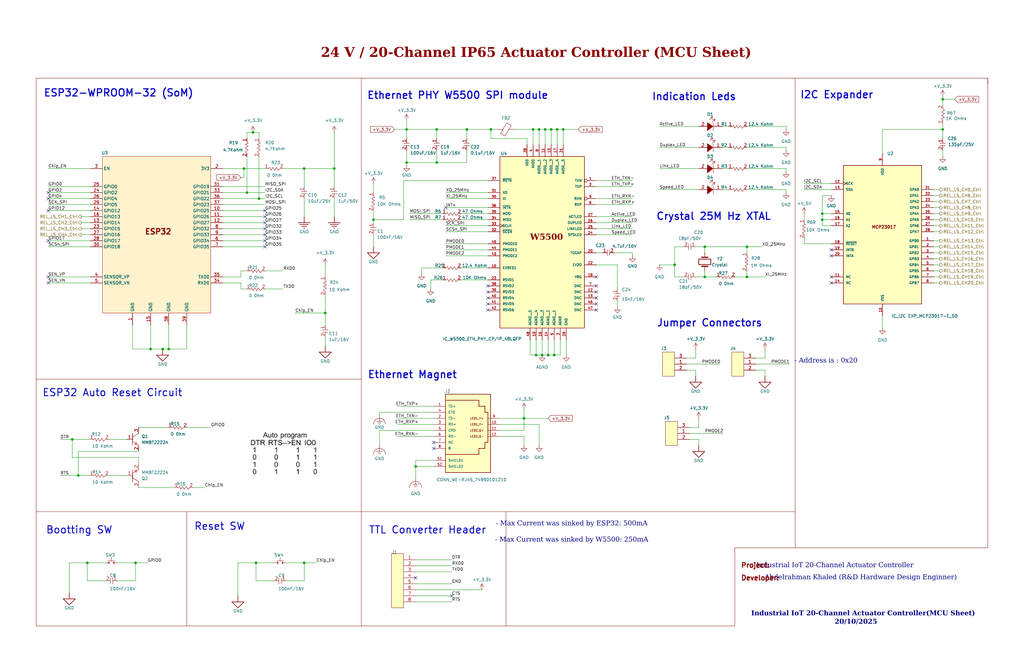
<source format=kicad_sch>
(kicad_sch (version 20250114) (generator "eeschema") (generator_version "9.0")
  (paper "B")
  (lib_symbols
    (symbol "Actuator Controller_IP65_24V_20_Channel-altium-import:CONN_Bridge Jumper_1x3" (pin_names (hide yes))
      (property "Reference" "J?" (at -4.318 8.89 0))
      (symbol "CONN_Bridge Jumper_1x3_1_0"
        (pin passive line (at 5.08 5.08 180) (length 5.08) (name "3") (number "3"))
        (pin passive line (at 5.08 2.54 180) (length 5.08) (name "2") (number "1"))
        (pin passive line (at 5.08 0 180) (length 5.08) (name "3") (number "2"))
      )
    )
    (symbol "Actuator Controller_IP65_24V_20_Channel-altium-import:CONN_WE-RJ45_74990101210" (pin_names (offset 1.016))
      (property "Reference" "J?" (at -7.366 16.256 0))
      (property "Value" "CONN_WE-RJ45_74990101210" (at -8.128 -20.574 0))
      (symbol "CONN_WE-RJ45_74990101210_0_0"
        (text "LED1_Y+" (at 2.54 5.08 0) (effects (font (size 0.8636 0.8636)) (justify left)))
        (text "LED1_Y-" (at 2.54 2.54 0) (effects (font (size 0.8636 0.8636)) (justify left)))
        (text "LED2_G+" (at 2.54 0 0) (effects (font (size 0.8636 0.8636)) (justify left)))
        (text "LED2_G-" (at 2.54 -2.54 0) (effects (font (size 0.8636 0.8636)) (justify left)))
        (pin passive line (at -12.7 10.16 0) (length 5.08) (name "TD+") (number "1"))
        (pin passive line (at -12.7 7.62 0) (length 5.08) (name "CTD") (number "4"))
        (pin passive line (at -12.7 5.08 0) (length 5.08) (name "TD-") (number "2"))
        (pin passive line (at -12.7 2.54 0) (length 5.08) (name "RD+") (number "3"))
        (pin passive line (at -12.7 0 0) (length 5.08) (name "CRD") (number "5"))
        (pin passive line (at -12.7 -2.54 0) (length 5.08) (name "RD-") (number "6"))
        (pin passive line (at -12.7 -5.08 0) (length 5.08) (name "NC") (number "7"))
        (pin passive line (at -12.7 -7.62 0) (length 5.08) (name "8") (number "8"))
        (pin passive line (at -12.7 -12.7 0) (length 5.08) (name "SHIELD1") (number "S1"))
        (pin passive line (at -12.7 -15.24 0) (length 5.08) (name "SHIELD2") (number "S2"))
        (pin passive line (at 15.24 5.08 180) (length 5.08) (name "~") (number "9"))
        (pin passive line (at 15.24 2.54 180) (length 5.08) (name "~") (number "10"))
        (pin passive line (at 15.24 0 180) (length 5.08) (name "~") (number "11"))
        (pin passive line (at 15.24 -2.54 180) (length 5.08) (name "~") (number "12"))
      )
    )
    (symbol "Actuator Controller_IP65_24V_20_Channel-altium-import:GND_POWER_GROUND" (power)
      (property "Value" "GND" (at 0 -6.35 0))
      (symbol "GND_POWER_GROUND_0_0"
        (pin power_in line (at 0 0 0) (length 0) (hide yes) (name "GND") (number ""))
      )
    )
    (symbol "Actuator Controller_IP65_24V_20_Channel-altium-import:GND_SIGNAL_GROUND" (power)
      (property "Value" "GND" (at 0 -6.35 0))
      (symbol "GND_SIGNAL_GROUND_0_0"
        (pin power_in line (at 0 0 0) (length 0) (hide yes) (name "GND") (number ""))
      )
    )
    (symbol "Actuator Controller_IP65_24V_20_Channel-altium-import:IC_ESP32-WROOM_SMD_SoM"
      (property "Reference" "U?" (at -21.59 46.99 0))
      (symbol "IC_ESP32-WROOM_SMD_SoM_1_0"
        (text "ESP32" (at -5.08 12.7 0) (effects (font (size 2.286 2.286) (thickness 0.4572) (bold yes)) (justify left bottom)))
        (pin input line (at -27.94 40.64 0) (length 5.08) (name "EN") (number "3"))
        (pin bidirectional line (at -27.94 33.02 0) (length 5.08) (name "GPIO0") (number "25"))
        (pin bidirectional line (at -27.94 30.48 0) (length 5.08) (name "GPIO2") (number "24"))
        (pin bidirectional line (at -27.94 27.94 0) (length 5.08) (name "GPIO4") (number "26"))
        (pin bidirectional line (at -27.94 25.4 0) (length 5.08) (name "GPIO5") (number "29"))
        (pin input line (at -27.94 22.86 0) (length 5.08) (name "GPIO12") (number "14"))
        (pin bidirectional line (at -27.94 20.32 0) (length 5.08) (name "GPIO13") (number "16"))
        (pin bidirectional line (at -27.94 17.78 0) (length 5.08) (name "GPIO14") (number "13"))
        (pin bidirectional line (at -27.94 15.24 0) (length 5.08) (name "GPIO15") (number "23"))
        (pin bidirectional line (at -27.94 12.7 0) (length 5.08) (name "GPIO16") (number "27"))
        (pin bidirectional line (at -27.94 10.16 0) (length 5.08) (name "GPIO17") (number "28"))
        (pin bidirectional line (at -27.94 7.62 0) (length 5.08) (name "GPIO18") (number "30"))
        (pin input line (at -27.94 -5.08 0) (length 5.08) (name "SENSOR_VP") (number "4"))
        (pin input line (at -27.94 -7.62 0) (length 5.08) (name "SENSOR_VN") (number "5"))
        (pin power_in line (at -10.16 -25.4 90) (length 5.08) (name "GND") (number "1"))
        (pin power_in line (at -2.54 -25.4 90) (length 5.08) (name "GND") (number "15"))
        (pin power_in line (at 5.08 -25.4 90) (length 5.08) (name "GND") (number "38"))
        (pin power_in line (at 12.7 -25.4 90) (length 5.08) (name "GND") (number "39"))
        (pin power_in line (at 27.94 40.64 180) (length 5.08) (name "3V3") (number "2"))
        (pin bidirectional line (at 27.94 33.02 180) (length 5.08) (name "GPIO19") (number "31"))
        (pin bidirectional line (at 27.94 30.48 180) (length 5.08) (name "GPIO21") (number "33"))
        (pin bidirectional line (at 27.94 27.94 180) (length 5.08) (name "GPIO22") (number "36"))
        (pin bidirectional line (at 27.94 25.4 180) (length 5.08) (name "GPIO23") (number "37"))
        (pin bidirectional line (at 27.94 22.86 180) (length 5.08) (name "GPIO25") (number "10"))
        (pin bidirectional line (at 27.94 20.32 180) (length 5.08) (name "GPIO26") (number "11"))
        (pin bidirectional line (at 27.94 17.78 180) (length 5.08) (name "GPIO27") (number "12"))
        (pin input line (at 27.94 15.24 180) (length 5.08) (name "GPIO32") (number "8"))
        (pin bidirectional line (at 27.94 12.7 180) (length 5.08) (name "GPIO33") (number "9"))
        (pin input line (at 27.94 10.16 180) (length 5.08) (name "GPIO34") (number "6"))
        (pin bidirectional line (at 27.94 7.62 180) (length 5.08) (name "GPIO35") (number "7"))
        (pin bidirectional line (at 27.94 -5.08 180) (length 5.08) (name "TXD0") (number "35"))
        (pin bidirectional line (at 27.94 -7.62 180) (length 5.08) (name "RXD0") (number "34"))
      )
    )
    (symbol "Actuator Controller_IP65_24V_20_Channel-altium-import:IC_I2C EXP_MCP23017-E_SO" (pin_names (offset 1.016))
      (property "Reference" "U" (at -12.954 25.908 0))
      (property "Value" "IC_I2C EXP_MCP23017-E_SO" (at 10.668 -38.1 0))
      (symbol "IC_I2C EXP_MCP23017-E_SO_0_0"
        (pin input clock (at -17.78 17.78 0) (length 5.08) (name "SCK") (number "12"))
        (pin bidirectional line (at -17.78 15.24 0) (length 5.08) (name "SDA") (number "13"))
        (pin input line (at -17.78 5.08 0) (length 5.08) (name "A0") (number "15"))
        (pin input line (at -17.78 2.54 0) (length 5.08) (name "A1") (number "16"))
        (pin input line (at -17.78 0 0) (length 5.08) (name "A2") (number "17"))
        (pin output line (at -17.78 -7.62 0) (length 5.08) (name "~{RESET}") (number "18"))
        (pin output line (at -17.78 -10.16 0) (length 5.08) (name "INTB") (number "19"))
        (pin output line (at -17.78 -12.7 0) (length 5.08) (name "INTA") (number "20"))
        (pin power_in line (at 3.81 30.48 270) (length 5.08) (name "VDD") (number "9"))
        (pin power_in line (at 3.81 -38.1 90) (length 5.08) (name "VSS") (number "10"))
        (pin bidirectional line (at 25.4 15.24 180) (length 5.08) (name "GPA0") (number "21"))
        (pin bidirectional line (at 25.4 12.7 180) (length 5.08) (name "GPA1") (number "22"))
        (pin bidirectional line (at 25.4 10.16 180) (length 5.08) (name "GPA2") (number "23"))
        (pin bidirectional line (at 25.4 7.62 180) (length 5.08) (name "GPA3") (number "24"))
        (pin bidirectional line (at 25.4 5.08 180) (length 5.08) (name "GPA4") (number "25"))
        (pin bidirectional line (at 25.4 2.54 180) (length 5.08) (name "GPA5") (number "26"))
        (pin bidirectional line (at 25.4 0 180) (length 5.08) (name "GPA6") (number "27"))
        (pin bidirectional line (at 25.4 -2.54 180) (length 5.08) (name "GPA7") (number "28"))
        (pin bidirectional line (at 25.4 -6.35 180) (length 5.08) (name "GPB0") (number "1"))
        (pin bidirectional line (at 25.4 -8.89 180) (length 5.08) (name "GPB1") (number "2"))
        (pin bidirectional line (at 25.4 -11.43 180) (length 5.08) (name "GPB2") (number "3"))
        (pin bidirectional line (at 25.4 -13.97 180) (length 5.08) (name "GPB3") (number "4"))
        (pin bidirectional line (at 25.4 -16.51 180) (length 5.08) (name "GPB4") (number "5"))
        (pin bidirectional line (at 25.4 -19.05 180) (length 5.08) (name "GPB5") (number "6"))
        (pin bidirectional line (at 25.4 -21.59 180) (length 5.08) (name "GPB6") (number "7"))
        (pin bidirectional line (at 25.4 -24.13 180) (length 5.08) (name "GPB7") (number "8"))
      )
      (symbol "IC_I2C EXP_MCP23017-E_SO_1_0"
        (pin power_in line (at -17.78 -21.59 0) (length 5.08) (name "NC") (number "11"))
        (pin power_in line (at -17.78 -24.13 0) (length 5.08) (name "NC") (number "14"))
      )
      (symbol "IC_I2C EXP_MCP23017-E_SO_1_1"
        (text "MCP23017\n" (at -0.762 -1.27 0) (effects (font (size 1.27 1.27) (thickness 0.254) (bold yes)) (justify left bottom)))
      )
    )
    (symbol "Actuator Controller_IP65_24V_20_Channel-altium-import:IC_W5500_ETH_PHY_CP/IP_48LQFP" (pin_names (offset 1.016))
      (property "Reference" "U" (at -12.954 33.528 0))
      (property "Value" "IC_W5500_ETH_PHY_CP/IP_48LQFP" (at -37.846 -45.212 0))
      (symbol "IC_W5500_ETH_PHY_CP/IP_48LQFP_0_0"
        (pin input line (at -17.78 22.86 0) (length 5.08) (name "~{RSTN}") (number "37"))
        (pin output line (at -17.78 17.78 0) (length 5.08) (name "XO") (number "31"))
        (pin input line (at -17.78 15.24 0) (length 5.08) (name "XI") (number "30"))
        (pin input line (at -17.78 11.43 0) (length 5.08) (name "~{INTN}") (number "36"))
        (pin input line (at -17.78 8.89 0) (length 5.08) (name "MOSI") (number "35"))
        (pin output line (at -17.78 6.35 0) (length 5.08) (name "MISO") (number "34"))
        (pin input clock (at -17.78 3.81 0) (length 5.08) (name "SCLK") (number "33"))
        (pin input line (at -17.78 1.27 0) (length 5.08) (name "~{SCSN}") (number "32"))
        (pin input line (at -17.78 -3.81 0) (length 5.08) (name "PMODE0") (number "45"))
        (pin input line (at -17.78 -6.35 0) (length 5.08) (name "PMODE1") (number "44"))
        (pin input line (at -17.78 -8.89 0) (length 5.08) (name "PMODE2") (number "43"))
        (pin bidirectional line (at -17.78 -13.97 0) (length 5.08) (name "EXRES1") (number "10"))
        (pin input line (at -17.78 -19.05 0) (length 5.08) (name "RSVD1") (number "23"))
        (pin input line (at -17.78 -21.59 0) (length 5.08) (name "RSVD2") (number "38"))
        (pin input line (at -17.78 -24.13 0) (length 5.08) (name "RSVD3") (number "39"))
        (pin input line (at -17.78 -26.67 0) (length 5.08) (name "RSVD4") (number "40"))
        (pin input line (at -17.78 -29.21 0) (length 5.08) (name "RSVD5") (number "41"))
        (pin input line (at -17.78 -31.75 0) (length 5.08) (name "RSVD6") (number "42"))
        (pin power_in line (at -1.27 38.1 270) (length 5.08) (name "VDD") (number "28"))
        (pin power_in line (at 0 -44.45 90) (length 5.08) (name "AGND__5") (number "48"))
        (pin power_in line (at 1.27 38.1 270) (length 5.08) (name "AVDD") (number "4"))
        (pin power_in line (at 2.54 -44.45 90) (length 5.08) (name "AGND__4") (number "19"))
        (pin power_in line (at 3.81 38.1 270) (length 5.08) (name "AVDD__1") (number "8"))
        (pin power_in line (at 5.08 -44.45 90) (length 5.08) (name "AGND__3") (number "16"))
        (pin power_in line (at 6.35 38.1 270) (length 5.08) (name "AVDD__2") (number "11"))
        (pin power_in line (at 7.62 -44.45 90) (length 5.08) (name "AGND__2") (number "14"))
        (pin power_in line (at 8.89 38.1 270) (length 5.08) (name "AVDD__3") (number "15"))
        (pin power_in line (at 10.16 -44.45 90) (length 5.08) (name "AGND__1") (number "9"))
        (pin power_in line (at 11.43 38.1 270) (length 5.08) (name "AVDD__4") (number "17"))
        (pin power_in line (at 12.7 -44.45 90) (length 5.08) (name "AGND") (number "3"))
        (pin power_in line (at 13.97 38.1 270) (length 5.08) (name "AVDD__5") (number "21"))
        (pin passive line (at 15.24 -44.45 90) (length 5.08) (name "GND") (number "29"))
        (pin output inverted (at 27.94 22.86 180) (length 5.08) (name "TXN") (number "1"))
        (pin output line (at 27.94 20.32 180) (length 5.08) (name "TXP") (number "2"))
        (pin input inverted (at 27.94 15.24 180) (length 5.08) (name "RXN") (number "5"))
        (pin input line (at 27.94 12.7 180) (length 5.08) (name "RXP") (number "6"))
        (pin output line (at 27.94 7.62 180) (length 5.08) (name "ACTLED") (number "27"))
        (pin output line (at 27.94 5.08 180) (length 5.08) (name "DUPLED") (number "26"))
        (pin output line (at 27.94 2.54 180) (length 5.08) (name "LINKLED") (number "25"))
        (pin output line (at 27.94 0 180) (length 5.08) (name "SPDLED") (number "24"))
        (pin output line (at 27.94 -7.62 180) (length 5.08) (name "TOCAP") (number "20"))
        (pin output line (at 27.94 -12.7 180) (length 5.08) (name "1V2O") (number "22"))
        (pin output line (at 27.94 -17.78 180) (length 5.08) (name "VBG") (number "18"))
        (pin bidirectional line (at 27.94 -21.59 180) (length 5.08) (name "DNC") (number "7"))
      )
      (symbol "IC_W5500_ETH_PHY_CP/IP_48LQFP_1_0"
        (pin bidirectional line (at 27.94 -24.13 180) (length 5.08) (name "DNC") (number "12"))
        (pin bidirectional line (at 27.94 -26.67 180) (length 5.08) (name "DNC") (number "13"))
        (pin bidirectional line (at 27.94 -29.21 180) (length 5.08) (name "DNC") (number "46"))
        (pin bidirectional line (at 27.94 -31.75 180) (length 5.08) (name "DNC") (number "47"))
      )
      (symbol "IC_W5500_ETH_PHY_CP/IP_48LQFP_1_1"
        (text "W5500" (at 0 -2.54 0) (effects (font (size 2.54 2.54) (thickness 0.4572) (bold yes) (italic yes)) (justify left bottom)))
      )
    )
    (symbol "Actuator Controller_IP65_24V_20_Channel-altium-import:LED_Red_SMD_0805"
      (property "Reference" "D?" (at 0.254 7.366 0))
      (property "Value" "Red Led" (at 0 0 0))
      (symbol "LED_Red_SMD_0805_1_0"
        (pin passive line (at -3.81 1.27 0) (length 3.556) (name "") (number "2"))
        (pin passive line (at 6.35 1.27 180) (length 3.81) (name "") (number "1"))
      )
    )
    (symbol "Actuator Controller_IP65_24V_20_Channel-altium-import:Transistor_NPN_MMBT2222A_SMD" (pin_names (hide yes))
      (property "Reference" "Q?" (at 0 0 0))
      (property "Value" "MMBT2222A" (at 0 0 0))
      (symbol "Transistor_NPN_MMBT2222A_SMD_1_0"
        (pin passive line (at -5.08 0 0) (length 2.54) (name "1") (number "1"))
        (pin passive line (at 0 5.08 270) (length 2.54) (name "3") (number "3"))
        (pin passive line (at 0 -5.08 90) (length 2.54) (name "2") (number "2"))
      )
    )
    (symbol "Device:Crystal" (pin_numbers (hide yes)) (pin_names (offset 1.016) (hide yes))
      (property "Reference" "Y" (at 0 3.81 0))
      (property "Value" "Crystal" (at 0 -3.81 0))
      (symbol "Crystal_1_1"
        (pin passive line (at -3.81 0 0) (length 1.27) (name "1") (number "1"))
        (pin passive line (at 3.81 0 180) (length 1.27) (name "2") (number "2"))
      )
    )
    (symbol "Device:FerriteBead" (pin_numbers (hide yes)) (pin_names (offset 0))
      (property "Reference" "FB" (at -3.81 0.635 90))
      (property "Value" "FerriteBead" (at 3.81 0 90))
      (symbol "FerriteBead_1_1"
        (pin passive line (at 0 3.81 270) (length 2.54) (name "~") (number "1"))
        (pin passive line (at 0 -3.81 90) (length 2.54) (name "~") (number "2"))
      )
    )
    (symbol "GP_Integrated_Library:root_0_Pin Header 1x8_GP_Integrated_Library.IntLib" (pin_names (hide yes))
      (symbol "root_0_Pin Header 1x8_GP_Integrated_Library.IntLib_1_0"
        (pin passive line (at 5.08 7.62 180) (length 5.08) (name "1") (number "1"))
        (pin passive line (at 5.08 5.08 180) (length 5.08) (name "2") (number "2"))
        (pin passive line (at 5.08 2.54 180) (length 5.08) (name "3") (number "3"))
        (pin passive line (at 5.08 0 180) (length 5.08) (name "4") (number "4"))
        (pin passive line (at 5.08 -2.54 180) (length 5.08) (name "5") (number "5"))
        (pin passive line (at 5.08 -5.08 180) (length 5.08) (name "6") (number "6"))
        (pin passive line (at 5.08 -7.62 180) (length 5.08) (name "7") (number "7"))
        (pin passive line (at 5.08 -10.16 180) (length 5.08) (name "8") (number "8"))
      )
    )
    (symbol "GP_Integrated_Library:root_0_Push Button_GP_Integrated_Library.IntLib" (pin_numbers (hide yes)) (pin_names (hide yes))
      (symbol "root_0_Push Button_GP_Integrated_Library.IntLib_1_0"
        (pin passive line (at -2.54 0 0) (length 1.27) (name "") (number "1"))
        (pin passive line (at 2.54 0 180) (length 1.27) (name "") (number "2"))
      )
    )
    (symbol "GP_Integrated_Library:root_0_Resistor 10 Kohm_GP_Integrated_Library.IntLib" (pin_names (hide yes))
      (symbol "root_0_Resistor 10 Kohm_GP_Integrated_Library.IntLib_1_0"
        (pin passive line (at -5.08 0 0) (length 1.27) (name "Pin_1") (number "1"))
        (pin passive line (at 2.54 0 180) (length 1.27) (name "pin_2") (number "2"))
      )
    )
    (symbol "GP_Integrated_Library:root_2_Capacitor 100nF_GP_Integrated_Library.IntLib" (pin_names (hide yes))
      (symbol "root_2_Capacitor 100nF_GP_Integrated_Library.IntLib_1_0"
        (pin passive line (at -2.54 0 0) (length 2.032) (name "Pin_2") (number "2"))
        (pin passive line (at 2.54 0 180) (length 2.032) (name "Pin_1") (number "1"))
      )
    )
    (symbol "GP_Integrated_Library:root_3_Capacitor 100nF_GP_Integrated_Library.IntLib" (pin_names (hide yes))
      (symbol "root_3_Capacitor 100nF_GP_Integrated_Library.IntLib_1_0"
        (pin passive line (at 0 2.54 270) (length 2.032) (name "Pin_1") (number "1"))
        (pin passive line (at 0 -2.54 90) (length 2.032) (name "Pin_2") (number "2"))
      )
    )
    (symbol "GP_Integrated_Library:root_3_Resistor 4.7Kohm_GP_Integrated_Library.IntLib" (pin_names (hide yes))
      (symbol "root_3_Resistor 4.7Kohm_GP_Integrated_Library.IntLib_1_0"
        (pin passive line (at 0 5.08 270) (length 1.27) (name "Pin_1") (number "1"))
        (pin passive line (at 0 -2.54 90) (length 1.27) (name "pin_2") (number "2"))
      )
    )
    (symbol "power:+3.3V" (power) (pin_numbers (hide yes)) (pin_names (offset 0) (hide yes))
      (property "Value" "+3.3V" (at 0 3.556 0))
      (symbol "+3.3V_1_1"
        (pin power_in line (at 0 0 90) (length 0) (name "~") (number "1"))
      )
    )
    (symbol "power:Earth" (power) (pin_numbers (hide yes)) (pin_names (offset 0) (hide yes))
      (property "Value" "Earth" (at 0 -3.81 0))
      (symbol "Earth_1_1"
        (pin power_in line (at 0 0 270) (length 0) (name "~") (number "1"))
      )
    )
    (symbol "power:Earth_Clean" (power) (pin_numbers (hide yes)) (pin_names (offset 0) (hide yes))
      (property "Value" "Earth_Clean" (at 0 -5.08 0))
      (symbol "Earth_Clean_1_1"
        (pin power_in line (at 0 0 270) (length 0) (name "~") (number "1"))
      )
    )
    (symbol "power:GND" (power) (pin_numbers (hide yes)) (pin_names (offset 0) (hide yes))
      (property "Value" "GND" (at 0 -3.81 0))
      (symbol "GND_1_1"
        (pin power_in line (at 0 0 270) (length 0) (name "~") (number "1"))
      )
    )
  )
  (text "Indication Leds" (at 274.828 42.672 0) (effects (font (size 3.048 3.048) (thickness 0.4763)) (justify left bottom)))
  (text "- Max Current was sinked by ESP32: 500mA\n\n- Max Current was sinked by W5500: 250mA\n" (at 241.046 225.044 0) (effects (font (size 2.032 2.032) (thickness 0.4064) (italic yes))))
  (text "Crystal 25M Hz XTAL" (at 276.606 93.218 0) (effects (font (size 3.048 3.048) (thickness 0.4763)) (justify left bottom)))
  (text "TTL Converter Header" (at 155.448 225.552 0) (effects (font (size 3.048 3.048) (thickness 0.381)) (justify left bottom)))
  (text "Bootting SW" (at 19.304 225.552 0) (effects (font (size 3.048 3.048) (thickness 0.381)) (justify left bottom)))
  (text "ESP32 Auto Reset Circuit" (at 17.78 167.64 0) (effects (font (size 3.048 3.048) (thickness 0.381)) (justify left bottom)))
  (text "- Address is : 0x20 " (at 348.742 152.908 0) (effects (font (size 2.032 2.032) (thickness 0.4064) (italic yes))))
  (text "Abdelrahman Khaled (R&D Hardware Design Enginner)" (at 362.966 244.348 0) (effects (font (size 2.032 2.032) (thickness 0.4064))))
  (text "Developer:" (at 320.548 244.094 0) (effects (font (size 2.032 2.032) (thickness 0.4064) (bold yes))))
  (text "Project:" (at 318.516 238.76 0) (effects (font (size 2.032 2.032) (thickness 0.4064) (bold yes))))
  (text "Reset SW" (at 81.788 224.028 0) (effects (font (size 3.048 3.048) (thickness 0.381)) (justify left bottom)))
  (text "Jumper Connectors" (at 276.86 138.176 0) (effects (font (size 3.048 3.048) (thickness 0.4763)) (justify left bottom)))
  (text "Industrial IoT 20-Channel Actuator Controller" (at 352.044 239.268 0) (effects (font (size 2.032 2.032) (thickness 0.4064))))
  (text "ESP32-WPROOM-32 (SoM)" (at 18.288 41.148 0) (effects (font (size 3.048 3.048) (thickness 0.4763)) (justify left bottom)))
  (text "I2C Expander" (at 337.312 41.91 0) (effects (font (size 3.048 3.048) (thickness 0.4763)) (justify left bottom)))
  (text "Industrial IoT 20-Channel Actuator Controller(MCU Sheet)" (at 363.982 259.588 0) (effects (font (size 2.032 2.032) (thickness 0.4064) (bold yes))))
  (text "Ethernet Magnet" (at 154.94 160.02 0) (effects (font (size 3.048 3.048) (thickness 0.4763)) (justify left bottom)))
  (text "20/10/2025" (at 360.934 263.144 0) (effects (font (size 2.032 2.032) (thickness 0.4064) (bold yes))))
  (text "24 V / 20-Channel IP65 Actuator Controller (MCU Sheet)" (at 226.06 23.622 0) (effects (font (size 4.064 4.064) (thickness 0.4064) (bold yes))))
  (text "Ethernet PHY W5500 SPI module" (at 154.686 42.164 0) (effects (font (size 3.048 3.048) (thickness 0.4763)) (justify left bottom)))
  (junction (at 231.14 149.86))
  (junction (at 237.49 54.61))
  (junction (at 30.48 185.42))
  (junction (at 109.22 83.82))
  (junction (at 346.71 92.71))
  (junction (at 140.97 71.12))
  (junction (at 184.15 68.58))
  (junction (at 297.18 116.84))
  (junction (at 184.15 54.61))
  (junction (at 232.41 54.61))
  (junction (at 397.51 41.91))
  (junction (at 137.16 132.08))
  (junction (at 175.26 196.85))
  (junction (at 128.27 237.49))
  (junction (at 346.71 90.17))
  (junction (at 229.87 54.61))
  (junction (at 104.14 81.28))
  (junction (at 284.48 111.76))
  (junction (at 226.06 149.86))
  (junction (at 68.58 147.32))
  (junction (at 224.79 54.61))
  (junction (at 397.51 54.61))
  (junction (at 314.96 116.84))
  (junction (at 57.15 237.49))
  (junction (at 196.85 54.61))
  (junction (at 228.6 149.86))
  (junction (at 171.45 68.58))
  (junction (at 220.98 176.53))
  (junction (at 157.48 92.71))
  (junction (at 36.83 237.49))
  (junction (at 207.01 54.61))
  (junction (at 128.27 71.12))
  (junction (at 233.68 149.86))
  (junction (at 171.45 54.61))
  (junction (at 227.33 54.61))
  (junction (at 297.18 104.14))
  (junction (at 107.95 237.49))
  (junction (at 33.02 200.66))
  (junction (at 314.96 104.14))
  (junction (at 71.12 147.32))
  (junction (at 102.87 71.12))
  (junction (at 234.95 54.61))
  (junction (at 63.5 147.32))
  (junction (at 106.68 55.88))
  (no_connect (at 187.96 87.63))
  (no_connect (at 111.76 104.14))
  (no_connect (at 350.52 107.95))
  (no_connect (at 251.46 120.65))
  (no_connect (at 111.76 91.44))
  (no_connect (at 20.32 119.38))
  (no_connect (at 20.32 81.28))
  (no_connect (at 111.76 88.9))
  (no_connect (at 251.46 116.84))
  (no_connect (at 205.74 125.73))
  (no_connect (at 111.76 96.52))
  (no_connect (at 20.32 101.6))
  (no_connect (at 20.32 116.84))
  (no_connect (at 205.74 120.65))
  (no_connect (at 205.74 130.81))
  (no_connect (at 350.52 116.84))
  (no_connect (at 182.88 189.23))
  (no_connect (at 205.74 128.27))
  (no_connect (at 251.46 128.27))
  (no_connect (at 350.52 119.38))
  (no_connect (at 251.46 123.19))
  (no_connect (at 20.32 83.82))
  (no_connect (at 20.32 88.9))
  (no_connect (at 190.5 251.46))
  (no_connect (at 111.76 93.98))
  (no_connect (at 111.76 101.6))
  (no_connect (at 251.46 130.81))
  (no_connect (at 175.26 243.84))
  (no_connect (at 111.76 99.06))
  (no_connect (at 205.74 123.19))
  (no_connect (at 182.88 186.69))
  (no_connect (at 251.46 125.73))
  (no_connect (at 350.52 105.41))
  (wire (pts (xy 314.96 114.3) (xy 314.96 116.84)))
  (wire (pts (xy 194.31 90.17) (xy 205.74 90.17)))
  (polyline (pts (xy 416.56 33.02) (xy 416.56 35.56)))
  (wire (pts (xy 181.61 118.11) (xy 186.69 118.11)))
  (wire (pts (xy 101.6 114.3) (xy 104.14 114.3)))
  (wire (pts (xy 128.27 83.82) (xy 128.27 91.44)))
  (wire (pts (xy 170.18 92.71) (xy 157.48 92.71)))
  (wire (pts (xy 160.02 181.61) (xy 160.02 187.96)))
  (wire (pts (xy 137.16 132.08) (xy 137.16 124.46)))
  (wire (pts (xy 297.18 104.14) (xy 293.37 104.14)))
  (wire (pts (xy 294.64 185.42) (xy 290.83 185.42)))
  (wire (pts (xy 128.27 245.11) (xy 128.27 237.49)))
  (wire (pts (xy 289.56 151.13) (xy 293.37 151.13)))
  (wire (pts (xy 294.64 180.34) (xy 294.64 176.53)))
  (wire (pts (xy 293.37 158.75) (xy 293.37 156.21)))
  (wire (pts (xy 184.15 63.5) (xy 184.15 68.58)))
  (wire (pts (xy 290.83 180.34) (xy 294.64 180.34)))
  (wire (pts (xy 237.49 54.61) (xy 237.49 60.96)))
  (wire (pts (xy 182.88 179.07) (xy 167.64 179.07)))
  (wire (pts (xy 238.76 143.51) (xy 238.76 149.86)))
  (polyline (pts (xy 309.88 264.16) (xy 309.88 231.14)) (stroke (width 0) (type solid) (color 132 0 0 1)))
  (wire (pts (xy 331.47 71.12) (xy 314.96 71.12)))
  (wire (pts (xy 220.98 181.61) (xy 220.98 176.53)))
  (wire (pts (xy 331.47 62.23) (xy 314.96 62.23)))
  (wire (pts (xy 339.09 80.01) (xy 350.52 80.01)))
  (wire (pts (xy 284.48 104.14) (xy 288.29 104.14)))
  (wire (pts (xy 393.7 87.63) (xy 396.24 87.63)))
  (wire (pts (xy 346.71 90.17) (xy 346.71 92.71)))
  (wire (pts (xy 372.11 54.61) (xy 372.11 64.77)))
  (wire (pts (xy 346.71 82.55) (xy 346.71 90.17)))
  (wire (pts (xy 104.14 55.88) (xy 104.14 58.42)))
  (wire (pts (xy 187.96 97.79) (xy 205.74 97.79)))
  (wire (pts (xy 222.25 60.96) (xy 222.25 58.42)))
  (wire (pts (xy 393.7 80.01) (xy 396.24 80.01)))
  (wire (pts (xy 346.71 90.17) (xy 350.52 90.17)))
  (wire (pts (xy 220.98 176.53) (xy 231.14 176.53)))
  (wire (pts (xy 101.6 119.38) (xy 101.6 121.92)))
  (wire (pts (xy 289.56 153.67) (xy 303.53 153.67)))
  (wire (pts (xy 314.96 116.84) (xy 322.58 116.84)))
  (wire (pts (xy 393.7 106.68) (xy 396.24 106.68)))
  (wire (pts (xy 101.6 116.84) (xy 101.6 114.3)))
  (wire (pts (xy 186.69 113.03) (xy 177.8 113.03)))
  (wire (pts (xy 34.29 99.06) (xy 38.1 99.06)))
  (wire (pts (xy 393.7 104.14) (xy 396.24 104.14)))
  (wire (pts (xy 266.7 107.95) (xy 266.7 106.68)))
  (wire (pts (xy 172.72 90.17) (xy 186.69 90.17)))
  (wire (pts (xy 251.46 99.06) (xy 266.7 99.06)))
  (wire (pts (xy 49.53 237.49) (xy 57.15 237.49)))
  (wire (pts (xy 251.46 93.98) (xy 266.7 93.98)))
  (wire (pts (xy 111.76 101.6) (xy 93.98 101.6)))
  (wire (pts (xy 34.29 91.44) (xy 38.1 91.44)))
  (wire (pts (xy 137.16 142.24) (xy 137.16 146.05)))
  (wire (pts (xy 119.38 71.12) (xy 128.27 71.12)))
  (wire (pts (xy 38.1 200.66) (xy 33.02 200.66)))
  (wire (pts (xy 196.85 68.58) (xy 184.15 68.58)))
  (wire (pts (xy 314.96 104.14) (xy 321.31 104.14)))
  (polyline (pts (xy 309.88 231.14) (xy 416.56 231.14)) (stroke (width 0) (type solid) (color 132 0 0 1)))
  (wire (pts (xy 34.29 96.52) (xy 38.1 96.52)))
  (polyline (pts (xy 78.74 264.16) (xy 78.74 215.9)) (stroke (width 0) (type solid) (color 132 0 0 1)))
  (wire (pts (xy 278.13 80.01) (xy 294.64 80.01)))
  (wire (pts (xy 160.02 173.99) (xy 182.88 173.99)))
  (wire (pts (xy 137.16 132.08) (xy 124.46 132.08)))
  (wire (pts (xy 175.26 246.38) (xy 190.5 246.38)))
  (wire (pts (xy 109.22 66.04) (xy 109.22 83.82)))
  (wire (pts (xy 207.01 54.61) (xy 209.55 54.61)))
  (wire (pts (xy 278.13 111.76) (xy 284.48 111.76)))
  (wire (pts (xy 236.22 149.86) (xy 236.22 143.51)))
  (wire (pts (xy 278.13 62.23) (xy 294.64 62.23)))
  (wire (pts (xy 260.35 111.76) (xy 260.35 121.92)))
  (wire (pts (xy 220.98 184.15) (xy 210.82 184.15)))
  (wire (pts (xy 71.12 137.16) (xy 71.12 147.32)))
  (wire (pts (xy 107.95 245.11) (xy 107.95 237.49)))
  (wire (pts (xy 171.45 50.8) (xy 171.45 54.61)))
  (wire (pts (xy 284.48 116.84) (xy 284.48 111.76)))
  (wire (pts (xy 266.7 106.68) (xy 259.08 106.68)))
  (wire (pts (xy 339.09 77.47) (xy 350.52 77.47)))
  (wire (pts (xy 78.74 147.32) (xy 71.12 147.32)))
  (wire (pts (xy 251.46 86.36) (xy 266.7 86.36)))
  (polyline (pts (xy 335.28 33.02) (xy 335.28 231.14)) (stroke (width 0) (type solid) (color 132 0 0 1)))
  (wire (pts (xy 217.17 54.61) (xy 224.79 54.61)))
  (wire (pts (xy 393.7 109.22) (xy 396.24 109.22)))
  (wire (pts (xy 297.18 106.68) (xy 297.18 104.14)))
  (wire (pts (xy 157.48 99.06) (xy 157.48 104.14)))
  (wire (pts (xy 115.57 245.11) (xy 107.95 245.11)))
  (wire (pts (xy 100.33 237.49) (xy 107.95 237.49)))
  (wire (pts (xy 231.14 143.51) (xy 231.14 149.86)))
  (polyline (pts (xy 15.24 264.16) (xy 309.88 264.16)) (stroke (width 0) (type solid) (color 132 0 0 1)))
  (wire (pts (xy 93.98 116.84) (xy 101.6 116.84)))
  (wire (pts (xy 397.51 41.91) (xy 402.59 41.91)))
  (wire (pts (xy 397.51 40.64) (xy 397.51 41.91)))
  (wire (pts (xy 63.5 137.16) (xy 63.5 147.32)))
  (wire (pts (xy 55.88 147.32) (xy 63.5 147.32)))
  (wire (pts (xy 120.65 245.11) (xy 128.27 245.11)))
  (wire (pts (xy 331.47 63.5) (xy 331.47 62.23)))
  (polyline (pts (xy 213.36 215.9) (xy 213.36 264.16)) (stroke (width 0) (type solid) (color 132 0 0 1)))
  (wire (pts (xy 33.02 200.66) (xy 25.4 200.66)))
  (wire (pts (xy 393.7 90.17) (xy 396.24 90.17)))
  (wire (pts (xy 187.96 87.63) (xy 205.74 87.63)))
  (wire (pts (xy 182.88 181.61) (xy 160.02 181.61)))
  (wire (pts (xy 111.76 91.44) (xy 93.98 91.44)))
  (wire (pts (xy 346.71 95.25) (xy 350.52 95.25)))
  (wire (pts (xy 297.18 116.84) (xy 302.26 116.84)))
  (polyline (pts (xy 152.4 33.02) (xy 152.4 264.16)) (stroke (width 0) (type solid) (color 132 0 0 1)))
  (wire (pts (xy 170.18 76.2) (xy 170.18 92.71)))
  (wire (pts (xy 20.32 81.28) (xy 38.1 81.28)))
  (wire (pts (xy 226.06 149.86) (xy 228.6 149.86)))
  (wire (pts (xy 251.46 76.2) (xy 266.7 76.2)))
  (wire (pts (xy 207.01 54.61) (xy 207.01 58.42)))
  (wire (pts (xy 251.46 111.76) (xy 260.35 111.76)))
  (wire (pts (xy 205.74 83.82) (xy 187.96 83.82)))
  (wire (pts (xy 106.68 55.88) (xy 109.22 55.88)))
  (wire (pts (xy 223.52 149.86) (xy 226.06 149.86)))
  (wire (pts (xy 196.85 63.5) (xy 196.85 68.58)))
  (wire (pts (xy 78.74 180.34) (xy 88.9 180.34)))
  (wire (pts (xy 331.47 72.39) (xy 331.47 71.12)))
  (wire (pts (xy 339.09 90.17) (xy 339.09 92.71)))
  (wire (pts (xy 318.77 151.13) (xy 322.58 151.13)))
  (wire (pts (xy 111.76 99.06) (xy 93.98 99.06)))
  (wire (pts (xy 102.87 74.93) (xy 102.87 71.12)))
  (wire (pts (xy 175.26 236.22) (xy 190.5 236.22)))
  (wire (pts (xy 182.88 184.15) (xy 167.64 184.15)))
  (wire (pts (xy 171.45 58.42) (xy 171.45 54.61)))
  (polyline (pts (xy 15.24 33.02) (xy 416.56 33.02)) (stroke (width 0) (type solid) (color 132 0 0 1)))
  (wire (pts (xy 175.26 238.76) (xy 190.5 238.76)))
  (wire (pts (xy 350.52 82.55) (xy 346.71 82.55)))
  (wire (pts (xy 111.76 93.98) (xy 93.98 93.98)))
  (wire (pts (xy 29.21 237.49) (xy 29.21 250.19)))
  (wire (pts (xy 182.88 196.85) (xy 175.26 196.85)))
  (wire (pts (xy 393.7 85.09) (xy 396.24 85.09)))
  (wire (pts (xy 350.52 102.87) (xy 339.09 102.87)))
  (polyline (pts (xy 15.24 160.02) (xy 152.4 160.02)) (stroke (width 0) (type solid) (color 132 0 0 1)))
  (wire (pts (xy 49.53 245.11) (xy 57.15 245.11)))
  (wire (pts (xy 293.37 116.84) (xy 297.18 116.84)))
  (wire (pts (xy 177.8 113.03) (xy 177.8 115.57)))
  (wire (pts (xy 393.7 116.84) (xy 396.24 116.84)))
  (wire (pts (xy 45.72 185.42) (xy 53.34 185.42)))
  (wire (pts (xy 57.15 245.11) (xy 57.15 237.49)))
  (wire (pts (xy 227.33 54.61) (xy 227.33 60.96)))
  (wire (pts (xy 251.46 91.44) (xy 266.7 91.44)))
  (wire (pts (xy 111.76 121.92) (xy 119.38 121.92)))
  (wire (pts (xy 210.82 181.61) (xy 220.98 181.61)))
  (wire (pts (xy 140.97 55.88) (xy 140.97 71.12)))
  (wire (pts (xy 346.71 92.71) (xy 346.71 95.25)))
  (wire (pts (xy 137.16 111.76) (xy 137.16 116.84)))
  (wire (pts (xy 111.76 71.12) (xy 102.87 71.12)))
  (wire (pts (xy 227.33 179.07) (xy 210.82 179.07)))
  (wire (pts (xy 228.6 149.86) (xy 231.14 149.86)))
  (wire (pts (xy 33.02 190.5) (xy 33.02 200.66)))
  (wire (pts (xy 304.8 71.12) (xy 307.34 71.12)))
  (wire (pts (xy 57.15 237.49) (xy 62.23 237.49)))
  (wire (pts (xy 196.85 54.61) (xy 196.85 58.42)))
  (wire (pts (xy 187.96 105.41) (xy 205.74 105.41)))
  (wire (pts (xy 175.26 248.92) (xy 203.2 248.92)))
  (wire (pts (xy 322.58 156.21) (xy 318.77 156.21)))
  (wire (pts (xy 111.76 81.28) (xy 104.14 81.28)))
  (wire (pts (xy 44.45 245.11) (xy 36.83 245.11)))
  (wire (pts (xy 232.41 54.61) (xy 232.41 60.96)))
  (wire (pts (xy 393.7 97.79) (xy 396.24 97.79)))
  (wire (pts (xy 20.32 86.36) (xy 38.1 86.36)))
  (wire (pts (xy 45.72 200.66) (xy 53.34 200.66)))
  (wire (pts (xy 194.31 113.03) (xy 205.74 113.03)))
  (wire (pts (xy 36.83 245.11) (xy 36.83 237.49)))
  (polyline (pts (xy 15.24 215.9) (xy 152.4 215.9)) (stroke (width 0) (type solid) (color 132 0 0 1)))
  (wire (pts (xy 314.96 80.01) (xy 331.47 80.01)))
  (wire (pts (xy 372.11 54.61) (xy 397.51 54.61)))
  (wire (pts (xy 157.48 77.47) (xy 157.48 81.28)))
  (wire (pts (xy 304.8 62.23) (xy 307.34 62.23)))
  (wire (pts (xy 278.13 53.34) (xy 294.64 53.34)))
  (wire (pts (xy 393.7 92.71) (xy 396.24 92.71)))
  (wire (pts (xy 304.8 53.34) (xy 307.34 53.34)))
  (wire (pts (xy 184.15 68.58) (xy 171.45 68.58)))
  (wire (pts (xy 251.46 78.74) (xy 266.7 78.74)))
  (wire (pts (xy 128.27 78.74) (xy 128.27 71.12)))
  (wire (pts (xy 260.35 127) (xy 260.35 129.54)))
  (wire (pts (xy 101.6 121.92) (xy 104.14 121.92)))
  (wire (pts (xy 58.42 193.04) (xy 30.48 193.04)))
  (wire (pts (xy 331.47 80.01) (xy 331.47 81.28)))
  (wire (pts (xy 128.27 71.12) (xy 140.97 71.12)))
  (wire (pts (xy 166.37 54.61) (xy 171.45 54.61)))
  (wire (pts (xy 171.45 63.5) (xy 171.45 68.58)))
  (wire (pts (xy 194.31 92.71) (xy 205.74 92.71)))
  (wire (pts (xy 234.95 54.61) (xy 237.49 54.61)))
  (wire (pts (xy 109.22 83.82) (xy 93.98 83.82)))
  (wire (pts (xy 224.79 54.61) (xy 224.79 60.96)))
  (wire (pts (xy 58.42 205.74) (xy 73.66 205.74)))
  (wire (pts (xy 175.26 196.85) (xy 175.26 194.31)))
  (wire (pts (xy 38.1 185.42) (xy 30.48 185.42)))
  (wire (pts (xy 104.14 55.88) (xy 106.68 55.88)))
  (wire (pts (xy 331.47 54.61) (xy 331.47 53.34)))
  (wire (pts (xy 297.18 116.84) (xy 297.18 114.3)))
  (wire (pts (xy 229.87 54.61) (xy 232.41 54.61)))
  (wire (pts (xy 233.68 149.86) (xy 236.22 149.86)))
  (wire (pts (xy 171.45 68.58) (xy 171.45 69.85)))
  (wire (pts (xy 227.33 54.61) (xy 229.87 54.61)))
  (wire (pts (xy 71.12 147.32) (xy 68.58 147.32)))
  (wire (pts (xy 210.82 176.53) (xy 220.98 176.53)))
  (wire (pts (xy 128.27 237.49) (xy 133.35 237.49)))
  (wire (pts (xy 111.76 86.36) (xy 93.98 86.36)))
  (wire (pts (xy 140.97 71.12) (xy 140.97 78.74)))
  (polyline (pts (xy 15.24 33.02) (xy 15.24 264.16)) (stroke (width 0) (type solid) (color 132 0 0 1)))
  (wire (pts (xy 346.71 92.71) (xy 350.52 92.71)))
  (wire (pts (xy 228.6 143.51) (xy 228.6 149.86)))
  (wire (pts (xy 251.46 83.82) (xy 266.7 83.82)))
  (wire (pts (xy 93.98 119.38) (xy 101.6 119.38)))
  (wire (pts (xy 397.51 52.07) (xy 397.51 54.61)))
  (wire (pts (xy 314.96 104.14) (xy 314.96 106.68)))
  (wire (pts (xy 220.98 187.96) (xy 220.98 184.15)))
  (wire (pts (xy 111.76 78.74) (xy 93.98 78.74)))
  (wire (pts (xy 309.88 116.84) (xy 314.96 116.84)))
  (wire (pts (xy 229.87 54.61) (xy 229.87 60.96)))
  (wire (pts (xy 111.76 83.82) (xy 109.22 83.82)))
  (wire (pts (xy 181.61 121.92) (xy 181.61 118.11)))
  (wire (pts (xy 187.96 81.28) (xy 205.74 81.28)))
  (wire (pts (xy 102.87 71.12) (xy 93.98 71.12)))
  (wire (pts (xy 78.74 137.16) (xy 78.74 147.32)))
  (wire (pts (xy 297.18 104.14) (xy 314.96 104.14)))
  (wire (pts (xy 393.7 119.38) (xy 396.24 119.38)))
  (wire (pts (xy 157.48 88.9) (xy 157.48 92.71)))
  (wire (pts (xy 81.28 205.74) (xy 86.36 205.74)))
  (wire (pts (xy 182.88 176.53) (xy 167.64 176.53)))
  (wire (pts (xy 120.65 237.49) (xy 128.27 237.49)))
  (wire (pts (xy 222.25 58.42) (xy 207.01 58.42)))
  (wire (pts (xy 290.83 182.88) (xy 304.8 182.88)))
  (wire (pts (xy 237.49 54.61) (xy 243.84 54.61)))
  (wire (pts (xy 30.48 185.42) (xy 25.4 185.42)))
  (wire (pts (xy 107.95 237.49) (xy 115.57 237.49)))
  (wire (pts (xy 20.32 83.82) (xy 38.1 83.82)))
  (wire (pts (xy 111.76 114.3) (xy 119.38 114.3)))
  (wire (pts (xy 111.76 88.9) (xy 93.98 88.9)))
  (wire (pts (xy 393.7 101.6) (xy 396.24 101.6)))
  (wire (pts (xy 104.14 66.04) (xy 104.14 81.28)))
  (wire (pts (xy 171.45 54.61) (xy 184.15 54.61)))
  (wire (pts (xy 397.51 54.61) (xy 397.51 58.42)))
  (wire (pts (xy 397.51 41.91) (xy 397.51 44.45)))
  (wire (pts (xy 220.98 176.53) (xy 220.98 172.72)))
  (wire (pts (xy 160.02 175.26) (xy 160.02 173.99)))
  (wire (pts (xy 227.33 187.96) (xy 227.33 179.07)))
  (wire (pts (xy 30.48 193.04) (xy 30.48 185.42)))
  (wire (pts (xy 196.85 54.61) (xy 207.01 54.61)))
  (wire (pts (xy 34.29 93.98) (xy 38.1 93.98)))
  (wire (pts (xy 194.31 118.11) (xy 205.74 118.11)))
  (wire (pts (xy 157.48 92.71) (xy 157.48 93.98)))
  (wire (pts (xy 36.83 237.49) (xy 44.45 237.49)))
  (wire (pts (xy 55.88 137.16) (xy 55.88 147.32)))
  (wire (pts (xy 58.42 190.5) (xy 33.02 190.5)))
  (wire (pts (xy 393.7 82.55) (xy 396.24 82.55)))
  (wire (pts (xy 372.11 133.35) (xy 372.11 138.43)))
  (polyline (pts (xy 152.4 215.9) (xy 335.28 215.9)) (stroke (width 0) (type solid) (color 132 0 0 1)))
  (wire (pts (xy 38.1 104.14) (xy 20.32 104.14)))
  (wire (pts (xy 101.6 74.93) (xy 102.87 74.93)))
  (wire (pts (xy 393.7 111.76) (xy 396.24 111.76)))
  (wire (pts (xy 254 106.68) (xy 251.46 106.68)))
  (wire (pts (xy 231.14 149.86) (xy 233.68 149.86)))
  (wire (pts (xy 184.15 54.61) (xy 184.15 58.42)))
  (polyline (pts (xy 416.56 231.14) (xy 416.56 33.02)) (stroke (width 0) (type solid) (color 132 0 0 1)))
  (wire (pts (xy 63.5 147.32) (xy 68.58 147.32)))
  (wire (pts (xy 100.33 237.49) (xy 100.33 251.46)))
  (wire (pts (xy 304.8 80.01) (xy 307.34 80.01)))
  (wire (pts (xy 58.42 180.34) (xy 71.12 180.34)))
  (wire (pts (xy 251.46 96.52) (xy 266.7 96.52)))
  (wire (pts (xy 318.77 153.67) (xy 332.74 153.67)))
  (wire (pts (xy 322.58 151.13) (xy 322.58 147.32)))
  (wire (pts (xy 393.7 114.3) (xy 396.24 114.3)))
  (wire (pts (xy 234.95 54.61) (xy 234.95 60.96)))
  (wire (pts (xy 58.42 195.58) (xy 58.42 193.04)))
  (wire (pts (xy 226.06 143.51) (xy 226.06 149.86)))
  (wire (pts (xy 278.13 71.12) (xy 294.64 71.12)))
  (wire (pts (xy 224.79 54.61) (xy 227.33 54.61)))
  (wire (pts (xy 137.16 137.16) (xy 137.16 132.08)))
  (wire (pts (xy 288.29 116.84) (xy 284.48 116.84)))
  (wire (pts (xy 172.72 92.71) (xy 186.69 92.71)))
  (wire (pts (xy 29.21 237.49) (xy 36.83 237.49)))
  (wire (pts (xy 109.22 55.88) (xy 109.22 58.42)))
  (wire (pts (xy 331.47 53.34) (xy 314.96 53.34)))
  (wire (pts (xy 111.76 96.52) (xy 93.98 96.52)))
  (wire (pts (xy 233.68 143.51) (xy 233.68 149.86)))
  (wire (pts (xy 294.64 187.96) (xy 294.64 185.42)))
  (wire (pts (xy 175.26 194.31) (xy 182.88 194.31)))
  (wire (pts (xy 175.26 241.3) (xy 190.5 241.3)))
  (wire (pts (xy 393.7 95.25) (xy 396.24 95.25)))
  (wire (pts (xy 140.97 83.82) (xy 140.97 91.44)))
  (wire (pts (xy 182.88 171.45) (xy 167.64 171.45)))
  (wire (pts (xy 187.96 95.25) (xy 205.74 95.25)))
  (wire (pts (xy 38.1 101.6) (xy 20.32 101.6)))
  (wire (pts (xy 175.26 201.93) (xy 175.26 196.85)))
  (wire (pts (xy 284.48 111.76) (xy 284.48 104.14)))
  (wire (pts (xy 187.96 107.95) (xy 205.74 107.95)))
  (wire (pts (xy 293.37 151.13) (xy 293.37 147.32)))
  (wire (pts (xy 111.76 104.14) (xy 93.98 104.14)))
  (wire (pts (xy 38.1 119.38) (xy 20.32 119.38)))
  (wire (pts (xy 232.41 54.61) (xy 234.95 54.61)))
  (wire (pts (xy 175.26 251.46) (xy 190.5 251.46)))
  (wire (pts (xy 205.74 76.2) (xy 170.18 76.2)))
  (wire (pts (xy 184.15 54.61) (xy 196.85 54.61)))
  (wire (pts (xy 339.09 102.87) (xy 339.09 100.33)))
  (wire (pts (xy 38.1 78.74) (xy 20.32 78.74)))
  (wire (pts (xy 38.1 116.84) (xy 20.32 116.84)))
  (wire (pts (xy 20.32 88.9) (xy 38.1 88.9)))
  (wire (pts (xy 397.51 63.5) (xy 397.51 66.04)))
  (wire (pts (xy 187.96 102.87) (xy 205.74 102.87)))
  (wire (pts (xy 293.37 156.21) (xy 289.56 156.21)))
  (wire (pts (xy 223.52 143.51) (xy 223.52 149.86)))
  (wire (pts (xy 38.1 71.12) (xy 20.32 71.12)))
  (wire (pts (xy 322.58 158.75) (xy 322.58 156.21)))
  (wire (pts (xy 104.14 81.28) (xy 93.98 81.28)))
  (wire (pts (xy 175.26 254) (xy 190.5 254)))
  (image (at 121.1875 191.7415) (scale 0.796769))
  (label "GPIO26" (at 111.76 91.44 0))
  (label "XI_25MHz" (at 322.58 116.84 0))
  (label "CTS" (at 190.5 251.46 0))
  (label "Speed_LED" (at 278.13 80.01 0))
  (label "SEN_VP" (at 20.32 116.84 0))
  (label "ETH_TXP+" (at 176.53 171.45 180))
  (label "MOSI_SPI" (at 172.72 90.17 0))
  (label "PMODE0" (at 187.96 102.87 0))
  (label "GND" (at 190.5 246.38 0))
  (label "XI_25MHz" (at 187.96 83.82 0))
  (label "RTS" (at 25.4 200.66 0))
  (label "RTS" (at 190.5 254 0))
  (label "Active_LED" (at 278.13 53.34 0))
  (label "GPIO32" (at 111.76 96.52 0))
  (label "GPIO0" (at 20.32 78.74 0))
  (label "ETH_RXN-" (at 257.81 83.82 0))
  (label "PMODE0" (at 295.91 153.67 0))
  (label "SCSn_SPI" (at 187.96 97.79 0))
  (label "Active_LED" (at 257.81 91.44 0))
  (label "MOSI_SPI" (at 111.76 86.36 0))
  (label "Speed_LED" (at 257.81 99.06 0))
  (label "ETH_TXN-" (at 176.53 176.53 180))
  (label "Chip_EN" (at 20.32 71.12 0))
  (label "Chip_EN" (at 86.36 205.74 0))
  (label "PMODE1" (at 187.96 105.41 0))
  (label "MISO_SPI" (at 111.76 78.74 0))
  (label "ETH_RXN-" (at 176.53 184.15 180))
  (label "Duplex_LED" (at 278.13 62.23 0))
  (label "I2C_SCL" (at 346.71 77.47 180))
  (label "PMODE1" (at 325.12 153.67 0))
  (label "Link_LED" (at 257.81 96.52 0))
  (label "XO_25MHz" (at 187.96 81.28 0))
  (label "I2C_SDA" (at 346.71 80.01 180))
  (label "DTR" (at 190.5 236.22 0))
  (label "I2C_SDA" (at 111.76 81.28 0))
  (label "SCK_SPI" (at 20.32 86.36 0))
  (label "ETH_RXP+" (at 176.53 179.07 180))
  (label "GPIO34" (at 111.76 101.6 0))
  (label "I2C_SCL" (at 111.76 83.82 0))
  (label "XO_25MHz" (at 321.31 104.14 0))
  (label "GPIO0" (at 88.9 180.34 0))
  (label "RXD0" (at 190.5 238.76 0))
  (label "GPIO33" (at 111.76 99.06 0))
  (label "ETH_TXN-" (at 257.81 76.2 0))
  (label "DTR" (at 25.4 185.42 0))
  (label "PMODE2" (at 187.96 107.95 0))
  (label "Link_LED" (at 278.13 71.12 0))
  (label "GPIO4" (at 20.32 83.82 0))
  (label "RXD0" (at 119.38 114.3 0))
  (label "Duplex_LED" (at 257.81 93.98 0))
  (label "ETH_TXP+" (at 257.81 78.74 0))
  (label "TXD0" (at 119.38 121.92 0))
  (label "Chip_EN" (at 133.35 237.49 0))
  (label "GPIO0" (at 62.23 237.49 0))
  (label "SCSn_SPI" (at 20.32 104.14 0))
  (label "ETH_RXP+" (at 257.81 86.36 0))
  (label "GPIO17" (at 20.32 101.6 0))
  (label "Chip_EN" (at 124.46 132.08 0))
  (label "GPIO27" (at 111.76 93.98 0))
  (label "MISO_SPI" (at 172.72 92.71 0))
  (label "GPIO2" (at 20.32 81.28 0))
  (label "TXD0" (at 190.5 241.3 0))
  (label "GPIO25" (at 111.76 88.9 0))
  (label "SCK_SPI" (at 187.96 95.25 0))
  (label "SEN_VN" (at 20.32 119.38 0))
  (label "GPIO35" (at 111.76 104.14 0))
  (label "PMODE2" (at 297.18 182.88 0))
  (label "GPIO12" (at 20.32 88.9 0))
  (label "INTn" (at 187.96 87.63 0))
  (global_label "+V_3.3V" (shape input) (at 231.14 176.53 0) (property "Intersheetrefs" "${INTERSHEET_REFS}" (effects (hide yes))))
  (global_label "+V_3.3V" (shape input) (at 402.59 41.91 0) (property "Intersheetrefs" "${INTERSHEET_REFS}" (effects (hide yes))))
  (global_label "+V_3.3V" (shape input) (at 243.84 54.61 0) (property "Intersheetrefs" "${INTERSHEET_REFS}" (effects (hide yes))))
  (global_label "+V_3.3V" (shape input) (at 101.6 74.93 180) (property "Intersheetrefs" "${INTERSHEET_REFS}" (effects (hide yes))))
  (global_label "+V_3.3V" (shape input) (at 166.37 54.61 180) (property "Intersheetrefs" "${INTERSHEET_REFS}" (effects (hide yes))))
  (hierarchical_label "REL_LS_CH19_Ctrl" (shape output) (at 396.24 116.84 0))
  (hierarchical_label "REL_LS_CH9_Ctrl" (shape output) (at 396.24 90.17 0))
  (hierarchical_label "REL_LS_CH12_Ctrl" (shape output) (at 396.24 97.79 0))
  (hierarchical_label "REL_LS_CH18_Ctrl" (shape output) (at 396.24 114.3 0))
  (hierarchical_label "REL_LS_CH7_Ctrl" (shape output) (at 396.24 85.09 0))
  (hierarchical_label "REL_LS_CH17_Ctrl" (shape output) (at 396.24 111.76 0))
  (hierarchical_label "REL_LS_CH4_Ctrl" (shape output) (at 34.29 99.06 180))
  (hierarchical_label "REL_LS_CH3_Ctrl" (shape output) (at 34.29 96.52 180))
  (hierarchical_label "REL_LS_CH15_Ctrl" (shape output) (at 396.24 106.68 0))
  (hierarchical_label "REL_LS_CH1_Ctrl" (shape output) (at 34.29 91.44 180))
  (hierarchical_label "REL_LS_CH8_Ctrl" (shape output) (at 396.24 87.63 0))
  (hierarchical_label "REL_LS_CH20_Ctrl" (shape output) (at 396.24 119.38 0))
  (hierarchical_label "REL_LS_CH2_Ctrl" (shape output) (at 34.29 93.98 180))
  (hierarchical_label "REL_LS_CH11_Ctrl" (shape output) (at 396.24 95.25 0))
  (hierarchical_label "REL_LS_CH5_Ctrl" (shape output) (at 396.24 80.01 0))
  (hierarchical_label "REL_LS_CH6_Ctrl" (shape output) (at 396.24 82.55 0))
  (hierarchical_label "REL_LS_CH14_Ctrl" (shape output) (at 396.24 104.14 0))
  (hierarchical_label "REL_LS_CH10_Ctrl" (shape output) (at 396.24 92.71 0))
  (hierarchical_label "REL_LS_CH13_Ctrl" (shape output) (at 396.24 101.6 0))
  (hierarchical_label "REL_LS_CH16_Ctrl" (shape output) (at 396.24 109.22 0))
  (symbol (lib_id "GP_Integrated_Library:root_0_Resistor 10 Kohm_GP_Integrated_Library.IntLib") (at 137.16 121.92 270) (unit 1)
    (property "Reference" "R24" (at 138.938 119.888 90) (effects (justify left bottom)))
    (property "Value" "10 Kohm" (at 138.684 122.936 90) (effects (justify left bottom)))
    (property "Footprint" "Actuator Controller_IP65_24V_20_Channel:RES_SMD_1206" (effects (hide yes)))
    (property "Description" "SMD RESISTORS 200V-500V 1206 ? 5% tolerance" (effects (hide yes)))
    (property "Part Number" "A1-20-1206-4.7K" (effects (hide yes)))
    (property "COMPONENTLINK1URL" "https://free-electronic.com/?s=Resistor+SMD+10+Kohm&product_cat=0&post_type=product" (effects (hide yes)))
  )
  (symbol (lib_id "Actuator Controller_IP65_24V_20_Channel-altium-import:GND_SIGNAL_GROUND") (at 137.16 146.05 0) (unit 1)
    (property "Reference" "#PWR023" (effects (hide yes)))
    (property "Value" "GND" (at 137.16 152.4 0))
  )
  (symbol (lib_id "GP_Integrated_Library:root_0_Resistor 10 Kohm_GP_Integrated_Library.IntLib") (at 78.74 205.74 0) (unit 1)
    (property "Reference" "R16" (at 74.422 204.978 0) (effects (justify left bottom)))
    (property "Value" "0 0hm" (at 74.422 209.296 0) (effects (justify left bottom)))
    (property "Footprint" "Actuator Controller_IP65_24V_20_Channel:RES_SMD_1206" (effects (hide yes)))
    (property "Description" "SMD RESISTORS 200V-500V 1206 ? 5% tolerance" (effects (hide yes)))
    (property "Part Number" "A1-20-1206-4.7K" (effects (hide yes)))
    (property "COMPONENTLINK1URL" "https://www.digikey.com/en/products/detail/stackpole-electronics-inc/RMCF1206ZT0R00/1756906" (effects (hide yes)))
  )
  (symbol (lib_id "Actuator Controller_IP65_24V_20_Channel-altium-import:LED_Red_SMD_0805") (at 298.45 63.5 0) (unit 1)
    (property "Reference" "D2" (at 299.466 57.15 0))
    (property "Value" "Red Led" (effects (hide yes)))
    (property "Datasheet" "https://www.digikey.com/en/products/detail/w%C3%BCrth-elektronik/150080SS75000/4489921" (effects (hide yes)))
    (property "Description" "Red 630nm LED Indication - Discrete 1.9V 0805 (2012 Metric)" (effects (hide yes)))
    (property "Market Link" "https://www.digikey.com/en/products/detail/w%C3%BCrth-elektronik/150080SS75000/4489921" (effects (hide yes)))
  )
  (symbol (lib_id "power:GND") (at 266.7 107.95 0) (unit 1)
    (property "Reference" "#PWR035" (effects (hide yes)))
    (property "Value" "GND" (at 266.7 112.268 0))
    (property "Description" "Power symbol creates a global label with name \"GND\" , ground" (effects (hide yes)))
  )
  (symbol (lib_id "GP_Integrated_Library:root_3_Capacitor 100nF_GP_Integrated_Library.IntLib") (at 128.27 81.28 0) (unit 1)
    (property "Reference" "C10" (at 129.794 83.058 0) (effects (justify left bottom)))
    (property "Value" "10uF/25V" (at 129.794 85.598 0) (effects (justify left bottom)))
    (property "Footprint" "Actuator Controller_IP65_24V_20_Channel:CAP_1206_SMD" (effects (hide yes)))
    (property "Description" "Ceramic Capacitor (100nF , 50V) SMD (1206)" (effects (hide yes)))
    (property "PARAMETER 1" "*" (effects (hide yes)))
    (property "COMPONENTLINK1DESCRIPTION" "Link" (effects (hide yes)))
    (property "COMPONENTLINK1URL" "https://free-electronic.com/product/ceramic-capacitor-100nf-50v-smd-1206/" (effects (hide yes)))
  )
  (symbol (lib_id "GP_Integrated_Library:root_3_Capacitor 100nF_GP_Integrated_Library.IntLib") (at 140.97 81.28 0) (unit 1)
    (property "Reference" "C12" (at 142.494 83.058 0) (effects (justify left bottom)))
    (property "Value" "1uF/50V" (at 142.494 85.598 0) (effects (justify left bottom)))
    (property "Footprint" "Actuator Controller_IP65_24V_20_Channel:CAP_1206_SMD" (effects (hide yes)))
    (property "Description" "Ceramic Capacitor (100nF , 50V) SMD (1206)" (effects (hide yes)))
    (property "PARAMETER 1" "*" (effects (hide yes)))
    (property "COMPONENTLINK1DESCRIPTION" "Link" (effects (hide yes)))
    (property "COMPONENTLINK1URL" "https://free-electronic.com/product/ceramic-capacitor-100nf-50v-smd-1206/" (effects (hide yes)))
  )
  (symbol (lib_id "GP_Integrated_Library:root_0_Push Button_GP_Integrated_Library.IntLib") (at 118.11 237.49 0) (unit 1)
    (property "Reference" "SW4" (at 115.57 234.95 0) (effects (justify left bottom)))
    (property "Value" "Push Button" (effects (hide yes)))
    (property "Footprint" "Actuator Controller_IP65_24V_20_Channel:Push Button_4T_THT" (effects (hide yes)))
    (property "Description" "PCB Press 2pin (6X6) 100K cycles\r\nMomentary Push Button Tact Tactile Switch" (effects (hide yes)))
    (property "COMPONENTLINK1DESCRIPTION" "Market Link" (effects (hide yes)))
    (property "COMPONENTLINK1URL" "https://free-electronic.com/product/press-2pin-6x6/" (effects (hide yes)))
  )
  (symbol (lib_id "power:+3.3V") (at 293.37 147.32 0) (unit 1)
    (property "Reference" "#PWR013" (effects (hide yes)))
    (property "Value" "+V_3.3V" (at 293.37 143.002 0))
    (property "Description" "Power symbol creates a global label with name \"+3.3V\"" (effects (hide yes)))
  )
  (symbol (lib_id "GP_Integrated_Library:root_0_Resistor 10 Kohm_GP_Integrated_Library.IntLib") (at 191.77 90.17 0) (unit 1)
    (property "Reference" "R6" (at 183.388 89.916 0) (effects (justify left bottom)))
    (property "Value" "47 Ohms" (at 194.818 89.916 0) (effects (justify left bottom)))
    (property "Footprint" "Actuator Controller_IP65_24V_20_Channel:RES_SMD_1206" (effects (hide yes)))
    (property "Description" "SMD RESISTORS 200V-500V 1206 ? 5% tolerance" (effects (hide yes)))
    (property "Part Number" "A1-20-1206-4.7K" (effects (hide yes)))
    (property "COMPONENTLINK1URL" "https://free-electronic.com/?s=Resistor+SMD+10+Kohm&product_cat=0&post_type=product" (effects (hide yes)))
  )
  (symbol (lib_id "Actuator Controller_IP65_24V_20_Channel-altium-import:GND_SIGNAL_GROUND") (at 294.64 187.96 0) (unit 1)
    (property "Reference" "#PWR038" (effects (hide yes)))
    (property "Value" "GND" (at 294.64 194.31 0))
  )
  (symbol (lib_id "GP_Integrated_Library:root_0_Resistor 10 Kohm_GP_Integrated_Library.IntLib") (at 191.77 92.71 0) (unit 1)
    (property "Reference" "R7" (at 183.388 92.456 0) (effects (justify left bottom)))
    (property "Value" "47 Ohms" (at 194.818 92.456 0) (effects (justify left bottom)))
    (property "Footprint" "Actuator Controller_IP65_24V_20_Channel:RES_SMD_1206" (effects (hide yes)))
    (property "Description" "SMD RESISTORS 200V-500V 1206 ? 5% tolerance" (effects (hide yes)))
    (property "Part Number" "A1-20-1206-4.7K" (effects (hide yes)))
    (property "COMPONENTLINK1URL" "https://free-electronic.com/?s=Resistor+SMD+10+Kohm&product_cat=0&post_type=product" (effects (hide yes)))
  )
  (symbol (lib_id "GP_Integrated_Library:root_3_Capacitor 100nF_GP_Integrated_Library.IntLib") (at 157.48 96.52 0) (unit 1)
    (property "Reference" "C1" (at 159.004 98.298 0) (effects (justify left bottom)))
    (property "Value" "100nF/16V" (at 159.004 100.838 0) (effects (justify left bottom)))
    (property "Footprint" "Actuator Controller_IP65_24V_20_Channel:CAP_1206_SMD" (effects (hide yes)))
    (property "Description" "Ceramic Capacitor (100nF , 50V) SMD (1206)" (effects (hide yes)))
    (property "PARAMETER 1" "*" (effects (hide yes)))
    (property "COMPONENTLINK1DESCRIPTION" "Link" (effects (hide yes)))
    (property "COMPONENTLINK1URL" "https://free-electronic.com/product/ceramic-capacitor-100nf-50v-smd-1206/" (effects (hide yes)))
  )
  (symbol (lib_id "Actuator Controller_IP65_24V_20_Channel-altium-import:IC_ESP32-WROOM_SMD_SoM") (at 66.04 111.76 0) (unit 1)
    (property "Reference" "U3" (at 44.196 64.516 0))
    (property "Footprint" "Actuator_20Ch_24V_FootPrints:IC_SoM_ESP32" (effects (hide yes)))
    (property "Datasheet" "https://www.digikey.com/en/products/detail/espressif-systems/ESP32-WROOM-32E-H4/12696413" (effects (hide yes)))
    (property "Description" "Bluetooth, WiFi 802.11b/g/n, Bluetooth v4.2 +EDR, Class 1, 2 and 3 Transceiver Module 2.4GHz ~ 2.5GHz Integrated, Trace Surface Mount" (effects (hide yes)))
  )
  (symbol (lib_id "Device:FerriteBead") (at 213.36 54.61 90) (unit 1)
    (property "Reference" "FB2" (at 213.36 49.784 90))
    (property "Value" "FerriteBead" (effects (hide yes)))
    (property "Datasheet" "https://www.digikey.com/en/products/detail/eaton-electronics-division/MFBM1V3216-601-R/13161228?s=N4IgTCBcDaILIDEBCcCMA1AzGVA2AtLgAyr4BKIAugL5A" (effects (hide yes)))
    (property "Description" "Ferrite bead" (effects (hide yes)))
  )
  (symbol (lib_id "power:GND") (at 350.52 82.55 0) (unit 1)
    (property "Reference" "#PWR0149" (effects (hide yes)))
    (property "Value" "GND" (at 350.52 86.868 0))
    (property "Description" "Power symbol creates a global label with name \"GND\" , ground" (effects (hide yes)))
  )
  (symbol (lib_id "GP_Integrated_Library:root_2_Capacitor 100nF_GP_Integrated_Library.IntLib") (at 118.11 245.11 0) (unit 1)
    (property "Reference" "C9" (at 117.348 243.586 0) (effects (justify left bottom)))
    (property "Value" "100nF/16V" (at 117.348 249.174 0) (effects (justify left bottom)))
    (property "Footprint" "Actuator Controller_IP65_24V_20_Channel:CAP_1206_SMD" (effects (hide yes)))
    (property "Description" "Ceramic Capacitor (100nF , 50V) SMD (1206)" (effects (hide yes)))
    (property "PARAMETER 1" "*" (effects (hide yes)))
    (property "COMPONENTLINK1DESCRIPTION" "Link" (effects (hide yes)))
    (property "COMPONENTLINK1URL" "https://free-electronic.com/product/ceramic-capacitor-100nf-50v-smd-1206/" (effects (hide yes)))
  )
  (symbol (lib_id "GP_Integrated_Library:root_3_Capacitor 100nF_GP_Integrated_Library.IntLib") (at 290.83 104.14 270) (unit 1)
    (property "Reference" "C20" (at 292.608 98.806 90) (effects (justify left bottom)))
    (property "Value" "18pF/50V" (at 286.004 101.346 90) (effects (justify left bottom)))
    (property "Footprint" "Actuator Controller_IP65_24V_20_Channel:CAP_1206_SMD" (effects (hide yes)))
    (property "Description" "Ceramic Capacitor (100nF , 50V) SMD (1206)" (effects (hide yes)))
    (property "PARAMETER 1" "*" (effects (hide yes)))
    (property "COMPONENTLINK1DESCRIPTION" "Link" (effects (hide yes)))
    (property "COMPONENTLINK1URL" "https://free-electronic.com/product/ceramic-capacitor-100nf-50v-smd-1206/" (effects (hide yes)))
  )
  (symbol (lib_id "Actuator Controller_IP65_24V_20_Channel-altium-import:CONN_Bridge Jumper_1x3") (at 285.75 185.42 0) (unit 1)
    (property "Reference" "J5" (at 281.178 176.276 0))
    (property "Footprint" "Actuator_20Ch_24V_FootPrints:CONN_Jumper Wire_2.54_1x3" (effects (hide yes)))
    (property "Description" "Pin Header male (2.54mm) 1X40 Straight Long (20 CM)" (effects (hide yes)))
  )
  (symbol (lib_id "power:GND") (at 331.47 81.28 0) (unit 1)
    (property "Reference" "#PWR04" (effects (hide yes)))
    (property "Value" "GND" (at 331.47 86.36 0))
    (property "Description" "Power symbol creates a global label with name \"GND\" , ground" (effects (hide yes)))
  )
  (symbol (lib_id "power:GND") (at 238.76 149.86 0) (unit 1)
    (property "Reference" "#PWR032" (effects (hide yes)))
    (property "Value" "GND" (at 238.76 154.94 0))
    (property "Description" "Power symbol creates a global label with name \"GND\" , ground" (effects (hide yes)))
  )
  (symbol (lib_id "Actuator Controller_IP65_24V_20_Channel-altium-import:Transistor_NPN_MMBT2222A_SMD") (at 58.42 185.42 0) (unit 1)
    (property "Reference" "Q1" (at 59.69 184.1499 0) (effects (justify left)))
    (property "Value" "MMBT2222A" (at 59.69 186.6899 0) (effects (justify left)))
    (property "Footprint" "Actuator_20Ch_24V_FootPrints:Transistor_SOT95P240X120-3N" (effects (hide yes)))
    (property "Datasheet" "https://www.digikey.com/en/products/detail/diotec-semiconductor/MMBT2222A/13163394" (effects (hide yes)))
    (property "Description" "0.6A , 75V , NPN General Purpose Transistor .(SOT-23)" (effects (hide yes)))
  )
  (symbol (lib_id "GP_Integrated_Library:root_3_Capacitor 100nF_GP_Integrated_Library.IntLib") (at 137.16 139.7 0) (unit 1)
    (property "Reference" "C11" (at 138.684 141.478 0) (effects (justify left bottom)))
    (property "Value" "1uF/16V" (at 138.684 144.018 0) (effects (justify left bottom)))
    (property "Footprint" "Actuator Controller_IP65_24V_20_Channel:CAP_1206_SMD" (effects (hide yes)))
    (property "Description" "Ceramic Capacitor (100nF , 50V) SMD (1206)" (effects (hide yes)))
    (property "PARAMETER 1" "*" (effects (hide yes)))
    (property "COMPONENTLINK1DESCRIPTION" "Link" (effects (hide yes)))
    (property "COMPONENTLINK1URL" "https://free-electronic.com/product/ceramic-capacitor-100nf-50v-smd-1206/" (effects (hide yes)))
  )
  (symbol (lib_id "GP_Integrated_Library:root_0_Push Button_GP_Integrated_Library.IntLib") (at 46.99 237.49 0) (unit 1)
    (property "Reference" "SW3" (at 44.45 234.95 0) (effects (justify left bottom)))
    (property "Value" "Push Button" (effects (hide yes)))
    (property "Footprint" "Actuator Controller_IP65_24V_20_Channel:Push Button_4T_THT" (effects (hide yes)))
    (property "Description" "PCB Press 2pin (6X6) 100K cycles\r\nMomentary Push Button Tact Tactile Switch" (effects (hide yes)))
    (property "COMPONENTLINK1DESCRIPTION" "Market Link" (effects (hide yes)))
    (property "COMPONENTLINK1URL" "https://free-electronic.com/product/press-2pin-6x6/" (effects (hide yes)))
  )
  (symbol (lib_id "GP_Integrated_Library:root_0_Resistor 10 Kohm_GP_Integrated_Library.IntLib") (at 76.2 180.34 0) (unit 1)
    (property "Reference" "R15" (at 71.882 179.578 0) (effects (justify left bottom)))
    (property "Value" "0 0hm" (at 71.882 183.896 0) (effects (justify left bottom)))
    (property "Footprint" "Actuator Controller_IP65_24V_20_Channel:RES_SMD_1206" (effects (hide yes)))
    (property "Description" "SMD RESISTORS 200V-500V 1206 ? 5% tolerance" (effects (hide yes)))
    (property "Part Number" "A1-20-1206-4.7K" (effects (hide yes)))
    (property "Market Link" "https://www.digikey.com/en/products/detail/stackpole-electronics-inc/RMCF1206ZT0R00/1756906" (effects (hide yes)))
  )
  (symbol (lib_id "Actuator Controller_IP65_24V_20_Channel-altium-import:CONN_WE-RJ45_74990101210") (at 195.58 181.61 0) (unit 1)
    (property "Reference" "J2" (at 188.722 165.1 0))
    (property "Value" "CONN_WE-RJ45_74990101210" (at 198.882 202.438 0))
    (property "Footprint" "Actuator_20Ch_24V_FootPrints:74990101210" (effects (hide yes)))
    (property "Datasheet" "https://www.digikey.com/en/products/detail/w%C3%BCrth-elektronik/74990101210/4031583" (effects (hide yes)))
    (property "Description" "1 Port RJ45 Through Hole 10/100 Base-T, AutoMDIX" (effects (hide yes)))
    (property "Market Link" "https://www.digikey.com/en/products/detail/w%C3%BCrth-elektronik/74990101210/4031583" (effects (hide yes)))
  )
  (symbol (lib_id "GP_Integrated_Library:root_0_Resistor 10 Kohm_GP_Integrated_Library.IntLib") (at 312.42 80.01 0) (unit 1)
    (property "Reference" "R4" (at 304.038 79.756 0) (effects (justify left bottom)))
    (property "Value" "12.4 Kohm" (at 315.468 79.756 0) (effects (justify left bottom)))
    (property "Footprint" "Actuator Controller_IP65_24V_20_Channel:RES_SMD_1206" (effects (hide yes)))
    (property "Description" "SMD RESISTORS 200V-500V 1206 ? 5% tolerance" (effects (hide yes)))
    (property "Part Number" "A1-20-1206-4.7K" (effects (hide yes)))
    (property "COMPONENTLINK1URL" "https://free-electronic.com/?s=Resistor+SMD+10+Kohm&product_cat=0&post_type=product" (effects (hide yes)))
  )
  (symbol (lib_id "power:GND") (at 181.61 121.92 0) (unit 1)
    (property "Reference" "#PWR030" (effects (hide yes)))
    (property "Value" "GND" (at 181.61 127 0))
    (property "Description" "Power symbol creates a global label with name \"GND\" , ground" (effects (hide yes)))
  )
  (symbol (lib_id "power:GND") (at 397.51 66.04 0) (unit 1)
    (property "Reference" "#PWR0145" (effects (hide yes)))
    (property "Value" "GND" (at 397.51 71.12 0))
    (property "Description" "Power symbol creates a global label with name \"GND\" , ground" (effects (hide yes)))
  )
  (symbol (lib_id "Actuator Controller_IP65_24V_20_Channel-altium-import:GND_SIGNAL_GROUND") (at 29.21 250.19 0) (unit 1)
    (property "Reference" "#PWR017" (effects (hide yes)))
    (property "Value" "GND" (at 29.21 256.54 0))
  )
  (symbol (lib_id "power:GND") (at 331.47 54.61 0) (unit 1)
    (property "Reference" "#PWR01" (effects (hide yes)))
    (property "Value" "GND" (at 331.47 59.69 0))
    (property "Description" "Power symbol creates a global label with name \"GND\" , ground" (effects (hide yes)))
  )
  (symbol (lib_id "power:GND") (at 331.47 72.39 0) (unit 1)
    (property "Reference" "#PWR03" (effects (hide yes)))
    (property "Value" "GND" (at 331.47 77.47 0))
    (property "Description" "Power symbol creates a global label with name \"GND\" , ground" (effects (hide yes)))
  )
  (symbol (lib_id "GP_Integrated_Library:root_3_Capacitor 100nF_GP_Integrated_Library.IntLib") (at 256.54 106.68 90) (unit 1)
    (property "Reference" "C23" (at 255.016 102.87 90) (effects (justify left bottom)))
    (property "Value" "4.7uF/16V" (at 268.478 103.124 90) (effects (justify left bottom)))
    (property "Footprint" "Actuator Controller_IP65_24V_20_Channel:CAP_1206_SMD" (effects (hide yes)))
    (property "Description" "Ceramic Capacitor (100nF , 50V) SMD (1206)" (effects (hide yes)))
    (property "PARAMETER 1" "*" (effects (hide yes)))
    (property "COMPONENTLINK1DESCRIPTION" "Link" (effects (hide yes)))
    (property "COMPONENTLINK1URL" "https://free-electronic.com/product/ceramic-capacitor-100nf-50v-smd-1206/" (effects (hide yes)))
  )
  (symbol (lib_id "power:+3.3V") (at 140.97 55.88 0) (unit 1)
    (property "Reference" "#PWR024" (effects (hide yes)))
    (property "Value" "+V_3.3V" (at 140.97 50.8 0))
    (property "Description" "Power symbol creates a global label with name \"+3.3V\"" (effects (hide yes)))
  )
  (symbol (lib_id "GP_Integrated_Library:root_0_Resistor 10 Kohm_GP_Integrated_Library.IntLib") (at 312.42 62.23 0) (unit 1)
    (property "Reference" "R2" (at 304.038 61.976 0) (effects (justify left bottom)))
    (property "Value" "12.4 Kohm" (at 315.468 61.976 0) (effects (justify left bottom)))
    (property "Footprint" "Actuator Controller_IP65_24V_20_Channel:RES_SMD_1206" (effects (hide yes)))
    (property "Description" "SMD RESISTORS 200V-500V 1206 ? 5% tolerance" (effects (hide yes)))
    (property "Part Number" "A1-20-1206-4.7K" (effects (hide yes)))
    (property "COMPONENTLINK1URL" "https://free-electronic.com/?s=Resistor+SMD+10+Kohm&product_cat=0&post_type=product" (effects (hide yes)))
  )
  (symbol (lib_id "Actuator Controller_IP65_24V_20_Channel-altium-import:GND_SIGNAL_GROUND") (at 322.58 158.75 0) (unit 1)
    (property "Reference" "#PWR016" (effects (hide yes)))
    (property "Value" "GND" (at 322.58 165.1 0))
  )
  (symbol (lib_id "power:GND") (at 227.33 187.96 0) (unit 1)
    (property "Reference" "#PWR012" (effects (hide yes)))
    (property "Value" "GND" (at 227.33 193.04 0))
    (property "Description" "Power symbol creates a global label with name \"GND\" , ground" (effects (hide yes)))
  )
  (symbol (lib_id "power:+3.3V") (at 203.2 248.92 0) (unit 1)
    (property "Reference" "#PWR033" (effects (hide yes)))
    (property "Value" "+V_3.3V" (at 203.2 244.602 0))
    (property "Description" "Power symbol creates a global label with name \"+3.3V\"" (effects (hide yes)))
  )
  (symbol (lib_id "GP_Integrated_Library:root_3_Capacitor 100nF_GP_Integrated_Library.IntLib") (at 290.83 116.84 270) (unit 1)
    (property "Reference" "C21" (at 286.258 119.38 90) (effects (justify left bottom)))
    (property "Value" "18pF/50V" (at 286.258 121.92 90) (effects (justify left bottom)))
    (property "Footprint" "Actuator Controller_IP65_24V_20_Channel:CAP_1206_SMD" (effects (hide yes)))
    (property "Description" "Ceramic Capacitor (100nF , 50V) SMD (1206)" (effects (hide yes)))
    (property "PARAMETER 1" "*" (effects (hide yes)))
    (property "COMPONENTLINK1DESCRIPTION" "Link" (effects (hide yes)))
    (property "COMPONENTLINK1URL" "https://free-electronic.com/product/ceramic-capacitor-100nf-50v-smd-1206/" (effects (hide yes)))
  )
  (symbol (lib_id "Actuator Controller_IP65_24V_20_Channel-altium-import:GND_SIGNAL_GROUND") (at 293.37 158.75 0) (unit 1)
    (property "Reference" "#PWR014" (effects (hide yes)))
    (property "Value" "GND" (at 293.37 165.1 0))
  )
  (symbol (lib_id "power:Earth_Clean") (at 160.02 187.96 0) (unit 1)
    (property "Reference" "#PWR09" (effects (hide yes)))
    (property "Value" "GND" (at 160.02 193.548 0))
    (property "Description" "Power symbol creates a global label with name \"Earth_Clean\"" (effects (hide yes)))
  )
  (symbol (lib_id "Actuator Controller_IP65_24V_20_Channel-altium-import:GND_SIGNAL_GROUND") (at 157.48 104.14 0) (unit 1)
    (property "Reference" "#PWR05" (effects (hide yes)))
    (property "Value" "GND" (at 157.48 110.49 0))
  )
  (symbol (lib_id "Actuator Controller_IP65_24V_20_Channel-altium-import:Transistor_NPN_MMBT2222A_SMD") (at 58.42 200.66 0) (mirror x) (unit 1)
    (property "Reference" "Q2" (at 59.69 201.9301 0) (effects (justify left)))
    (property "Value" "MMBT2222A" (at 59.69 199.3901 0) (effects (justify left)))
    (property "Footprint" "Actuator_20Ch_24V_FootPrints:Transistor_SOT95P240X120-3N" (effects (hide yes)))
    (property "Datasheet" "https://www.digikey.com/en/products/detail/diotec-semiconductor/MMBT2222A/13163394" (effects (hide yes)))
    (property "Description" "0.6A , 75V , NPN General Purpose Transistor .(SOT-23)" (effects (hide yes)))
  )
  (symbol (lib_id "GP_Integrated_Library:root_3_Resistor 4.7Kohm_GP_Integrated_Library.IntLib") (at 109.22 63.5 0) (unit 1)
    (property "Reference" "R20" (at 111.76 60.96 0) (effects (justify left bottom)))
    (property "Value" "4.7Kohm" (at 111.76 63.5 0) (effects (justify left bottom)))
    (property "Footprint" "Resistor 4.7KKohm" (effects (hide yes)))
    (property "Description" "SMD Resistor (220 ohm , 1/4W)" (effects (hide yes)))
    (property "COMPONENTLINK1DESCRIPTION" "Part Number" (effects (hide yes)))
    (property "COMPONENTLINK1URL" "A1-20-1206-4.7K" (effects (hide yes)))
    (property "COMPONENTLINK2DESCRIPTION" "Market Link" (effects (hide yes)))
    (property "COMPONENTLINK2URL" "https://free-electronic.com/product/smd-resistor-4-7-kohm-1-4w/" (effects (hide yes)))
  )
  (symbol (lib_id "GP_Integrated_Library:root_3_Resistor 4.7Kohm_GP_Integrated_Library.IntLib") (at 104.14 63.5 0) (unit 1)
    (property "Reference" "R19" (at 96.52 60.96 0) (effects (justify left bottom)))
    (property "Value" "4.7Kohm" (at 93.98 64.008 0) (effects (justify left bottom)))
    (property "Footprint" "Actuator Controller_IP65_24V_20_Channel:RES_SMD_1206" (effects (hide yes)))
    (property "Description" "SMD Resistor (220 ohm , 1/4W)" (effects (hide yes)))
    (property "COMPONENTLINK1DESCRIPTION" "Part Number" (effects (hide yes)))
    (property "COMPONENTLINK1URL" "A1-20-1206-4.7K" (effects (hide yes)))
    (property "COMPONENTLINK2DESCRIPTION" "Market Link" (effects (hide yes)))
    (property "COMPONENTLINK2URL" "https://free-electronic.com/product/smd-resistor-4-7-kohm-1-4w/" (effects (hide yes)))
  )
  (symbol (lib_id "power:GND") (at 228.6 149.86 0) (unit 1)
    (property "Reference" "#PWR031" (effects (hide yes)))
    (property "Value" "AGND" (at 228.6 154.94 0))
    (property "Description" "Power symbol creates a global label with name \"GND\" , ground" (effects (hide yes)))
  )
  (symbol (lib_id "Actuator Controller_IP65_24V_20_Channel-altium-import:LED_Red_SMD_0805") (at 298.45 72.39 0) (unit 1)
    (property "Reference" "D3" (at 299.466 66.04 0))
    (property "Value" "Red Led" (effects (hide yes)))
    (property "Datasheet" "https://www.digikey.com/en/products/detail/w%C3%BCrth-elektronik/150080SS75000/4489921" (effects (hide yes)))
    (property "Description" "Red 630nm LED Indication - Discrete 1.9V 0805 (2012 Metric)" (effects (hide yes)))
    (property "Market Link" "https://www.digikey.com/en/products/detail/w%C3%BCrth-elektronik/150080SS75000/4489921" (effects (hide yes)))
  )
  (symbol (lib_id "Actuator Controller_IP65_24V_20_Channel-altium-import:CONN_Bridge Jumper_1x3") (at 284.48 156.21 0) (unit 1)
    (property "Reference" "J3" (at 279.908 147.066 0))
    (property "Footprint" "Actuator_20Ch_24V_FootPrints:CONN_Jumper Wire_2.54_1x3" (effects (hide yes)))
    (property "Description" "Pin Header male (2.54mm) 1X40 Straight Long (20 CM)" (effects (hide yes)))
  )
  (symbol (lib_id "power:GND") (at 331.47 63.5 0) (unit 1)
    (property "Reference" "#PWR02" (effects (hide yes)))
    (property "Value" "GND" (at 331.47 68.58 0))
    (property "Description" "Power symbol creates a global label with name \"GND\" , ground" (effects (hide yes)))
  )
  (symbol (lib_id "GP_Integrated_Library:root_0_Resistor 10 Kohm_GP_Integrated_Library.IntLib") (at 307.34 116.84 0) (unit 1)
    (property "Reference" "R27" (at 303.022 116.078 0) (effects (justify left bottom)))
    (property "Value" "0 0hm" (at 303.022 120.396 0) (effects (justify left bottom)))
    (property "Footprint" "Actuator Controller_IP65_24V_20_Channel:RES_SMD_1206" (effects (hide yes)))
    (property "Description" "SMD RESISTORS 200V-500V 1206 ? 5% tolerance" (effects (hide yes)))
    (property "Part Number" "A1-20-1206-4.7K" (effects (hide yes)))
    (property "Market Link" "https://www.digikey.com/en/products/detail/stackpole-electronics-inc/RMCF1206ZT0R00/1756906" (effects (hide yes)))
  )
  (symbol (lib_id "GP_Integrated_Library:root_0_Resistor 10 Kohm_GP_Integrated_Library.IntLib") (at 116.84 71.12 0) (unit 1)
    (property "Reference" "R23" (at 114.3 69.342 0) (effects (justify left bottom)))
    (property "Value" "0 0hm" (at 112.522 74.676 0) (effects (justify left bottom)))
    (property "Footprint" "Actuator Controller_IP65_24V_20_Channel:RES_SMD_1206" (effects (hide yes)))
    (property "Description" "SMD RESISTORS 200V-500V 1206 ? 5% tolerance" (effects (hide yes)))
    (property "Part Number" "A1-20-1206-4.7K" (effects (hide yes)))
    (property "Market Link" "https://www.digikey.com/en/products/detail/stackpole-electronics-inc/RMCF1206ZT0R00/1756906" (effects (hide yes)))
  )
  (symbol (lib_id "GP_Integrated_Library:root_0_Resistor 10 Kohm_GP_Integrated_Library.IntLib") (at 397.51 46.99 90) (unit 1)
    (property "Reference" "R67" (at 403.098 46.99 90) (effects (justify left bottom)))
    (property "Value" "1K Ohms" (at 407.67 49.276 90) (effects (justify left bottom)))
    (property "Footprint" "Actuator Controller_IP65_24V_20_Channel:RES_SMD_1206" (effects (hide yes)))
    (property "Description" "SMD RESISTORS 200V-500V 1206 ? 5% tolerance" (effects (hide yes)))
    (property "Part Number" "A1-20-1206-4.7K" (effects (hide yes)))
    (property "COMPONENTLINK1URL" "https://free-electronic.com/?s=Resistor+SMD+10+Kohm&product_cat=0&post_type=product" (effects (hide yes)))
  )
  (symbol (lib_id "power:+3.3V") (at 157.48 77.47 0) (unit 1)
    (property "Reference" "#PWR06" (effects (hide yes)))
    (property "Value" "+V_3.3V" (at 157.48 73.152 0))
    (property "Description" "Power symbol creates a global label with name \"+3.3V\"" (effects (hide yes)))
  )
  (symbol (lib_id "Actuator Controller_IP65_24V_20_Channel-altium-import:CONN_Bridge Jumper_1x3") (at 313.69 156.21 0) (unit 1)
    (property "Reference" "J4" (at 309.118 147.066 0))
    (property "Footprint" "Actuator_20Ch_24V_FootPrints:CONN_Jumper Wire_2.54_1x3" (effects (hide yes)))
    (property "Description" "Pin Header male (2.54mm) 1X40 Straight Long (20 CM)" (effects (hide yes)))
  )
  (symbol (lib_id "GP_Integrated_Library:root_0_Resistor 10 Kohm_GP_Integrated_Library.IntLib") (at 43.18 185.42 0) (unit 1)
    (property "Reference" "R12" (at 38.608 183.896 0) (effects (justify left bottom)))
    (property "Value" "10 Kohm" (at 38.862 188.976 0) (effects (justify left bottom)))
    (property "Footprint" "Actuator Controller_IP65_24V_20_Channel:RES_SMD_1206" (effects (hide yes)))
    (property "Description" "SMD RESISTORS 200V-500V 1206 ? 5% tolerance" (effects (hide yes)))
    (property "Part Number" "A1-20-1206-4.7K" (effects (hide yes)))
    (property "COMPONENTLINK1URL" "https://free-electronic.com/?s=Resistor+SMD+10+Kohm&product_cat=0&post_type=product" (effects (hide yes)))
  )
  (symbol (lib_id "GP_Integrated_Library:root_3_Capacitor 100nF_GP_Integrated_Library.IntLib") (at 171.45 60.96 0) (unit 1)
    (property "Reference" "C13" (at 172.974 62.738 0) (effects (justify left bottom)))
    (property "Value" "100uF/16V" (at 172.974 65.278 0) (effects (justify left bottom)))
    (property "Footprint" "Actuator Controller_IP65_24V_20_Channel:CAP_1206_SMD" (effects (hide yes)))
    (property "Description" "Ceramic Capacitor (100nF , 50V) SMD (1206)" (effects (hide yes)))
    (property "PARAMETER 1" "*" (effects (hide yes)))
    (property "COMPONENTLINK1DESCRIPTION" "Link" (effects (hide yes)))
    (property "COMPONENTLINK1URL" "https://free-electronic.com/product/ceramic-capacitor-100nf-50v-smd-1206/" (effects (hide yes)))
  )
  (symbol (lib_id "Actuator Controller_IP65_24V_20_Channel-altium-import:IC_W5500_ETH_PHY_CP/IP_48LQFP") (at 223.52 99.06 0) (unit 1)
    (property "Reference" "U4" (at 211.074 64.77 0) (effects (justify left)))
    (property "Value" "IC_W5500_ETH_PHY_CP/IP_48LQFP" (at 186.69 143.002 0) (effects (justify left)))
    (property "Footprint" "Actuator Controller_IP65_24V_20_Channel:IC_W5500_ETH_PHY_CPIP_48LQFP" (effects (hide yes)))
    (property "Datasheet" "https://docs.wiznet.io/img/products/w5500/W5500_ds_v110e.pdf" (effects (hide yes)))
    (property "Description" "Victor Pure White Collection Wood Tidy Tower Organizer" (effects (hide yes)))
    (property "MF" "WIZnet" (effects (hide yes)))
    (property "PACKAGE" "LQFP-48 Victor Technologies" (effects (hide yes)))
    (property "PRICE" "90.48 USD" (effects (hide yes)))
    (property "STANDARD" "IPC-7351B" (effects (hide yes)))
    (property "MP" "W5500" (effects (hide yes)))
    (property "AVAILABILITY" "Bad" (effects (hide yes)))
  )
  (symbol (lib_id "power:Earth_Clean") (at 160.02 175.26 0) (unit 1)
    (property "Reference" "#PWR08" (effects (hide yes)))
    (property "Value" "GND" (at 160.02 180.34 0))
    (property "Description" "Power symbol creates a global label with name \"Earth_Clean\"" (effects (hide yes)))
  )
  (symbol (lib_id "Actuator Controller_IP65_24V_20_Channel-altium-import:LED_Red_SMD_0805") (at 298.45 54.61 0) (unit 1)
    (property "Reference" "D1" (at 299.466 48.26 0))
    (property "Value" "Red Led" (effects (hide yes)))
    (property "Datasheet" "https://www.digikey.com/en/products/detail/w%C3%BCrth-elektronik/150080SS75000/4489921" (effects (hide yes)))
    (property "Description" "Red 630nm LED Indication - Discrete 1.9V 0805 (2012 Metric)" (effects (hide yes)))
    (property "Market Link" "https://www.digikey.com/en/products/detail/w%C3%BCrth-elektronik/150080SS75000/4489921" (effects (hide yes)))
  )
  (symbol (lib_id "power:+3.3V") (at 397.51 40.64 0) (unit 1)
    (property "Reference" "#PWR0151" (effects (hide yes)))
    (property "Value" "+V_3.3V" (at 397.51 36.322 0))
    (property "Description" "Power symbol creates a global label with name \"+3.3V\"" (effects (hide yes)))
  )
  (symbol (lib_id "GP_Integrated_Library:root_0_Resistor 10 Kohm_GP_Integrated_Library.IntLib") (at 109.22 114.3 0) (unit 1)
    (property "Reference" "R21" (at 104.902 113.538 0) (effects (justify left bottom)))
    (property "Value" "0 0hm" (at 104.902 117.856 0) (effects (justify left bottom)))
    (property "Footprint" "Actuator Controller_IP65_24V_20_Channel:RES_SMD_1206" (effects (hide yes)))
    (property "Description" "SMD RESISTORS 200V-500V 1206 ? 5% tolerance" (effects (hide yes)))
    (property "Part Number" "A1-20-1206-4.7K" (effects (hide yes)))
    (property "Market Link" "https://www.digikey.com/en/products/detail/stackpole-electronics-inc/RMCF1206ZT0R00/1756906" (effects (hide yes)))
  )
  (symbol (lib_id "Actuator Controller_IP65_24V_20_Channel-altium-import:GND_SIGNAL_GROUND") (at 68.58 147.32 0) (unit 1)
    (property "Reference" "#PWR018" (effects (hide yes)))
    (property "Value" "GND" (at 68.58 153.67 0))
  )
  (symbol (lib_id "GP_Integrated_Library:root_3_Capacitor 100nF_GP_Integrated_Library.IntLib") (at 184.15 60.96 0) (unit 1)
    (property "Reference" "C19" (at 185.674 62.738 0) (effects (justify left bottom)))
    (property "Value" "1uF/16V" (at 185.674 65.278 0) (effects (justify left bottom)))
    (property "Footprint" "Actuator Controller_IP65_24V_20_Channel:CAP_1206_SMD" (effects (hide yes)))
    (property "Description" "Ceramic Capacitor (100nF , 50V) SMD (1206)" (effects (hide yes)))
    (property "PARAMETER 1" "*" (effects (hide yes)))
    (property "COMPONENTLINK1DESCRIPTION" "Link" (effects (hide yes)))
    (property "COMPONENTLINK1URL" "https://free-electronic.com/product/ceramic-capacitor-100nf-50v-smd-1206/" (effects (hide yes)))
  )
  (symbol (lib_id "GP_Integrated_Library:root_0_Resistor 10 Kohm_GP_Integrated_Library.IntLib") (at 191.77 113.03 0) (unit 1)
    (property "Reference" "R25" (at 183.388 112.776 0) (effects (justify left bottom)))
    (property "Value" "12.4 Kohm" (at 194.818 112.776 0) (effects (justify left bottom)))
    (property "Footprint" "Actuator Controller_IP65_24V_20_Channel:RES_SMD_1206" (effects (hide yes)))
    (property "Description" "SMD RESISTORS 200V-500V 1206 ? 5% tolerance" (effects (hide yes)))
    (property "Part Number" "A1-20-1206-4.7K" (effects (hide yes)))
    (property "COMPONENTLINK1URL" "https://free-electronic.com/?s=Resistor+SMD+10+Kohm&product_cat=0&post_type=product" (effects (hide yes)))
  )
  (symbol (lib_id "power:+3.3V") (at 294.64 176.53 0) (unit 1)
    (property "Reference" "#PWR037" (effects (hide yes)))
    (property "Value" "+V_3.3V" (at 294.64 172.212 0))
    (property "Description" "Power symbol creates a global label with name \"+3.3V\"" (effects (hide yes)))
  )
  (symbol (lib_id "Actuator Controller_IP65_24V_20_Channel-altium-import:GND_SIGNAL_GROUND") (at 100.33 251.46 0) (unit 1)
    (property "Reference" "#PWR019" (effects (hide yes)))
    (property "Value" "GND" (at 100.33 257.81 0))
  )
  (symbol (lib_id "GP_Integrated_Library:root_3_Capacitor 100nF_GP_Integrated_Library.IntLib") (at 260.35 124.46 0) (unit 1)
    (property "Reference" "C24" (at 262.128 122.936 0) (effects (justify left bottom)))
    (property "Value" "10nF/16V" (at 262.128 127 0) (effects (justify left bottom)))
    (property "Footprint" "Actuator Controller_IP65_24V_20_Channel:CAP_1206_SMD" (effects (hide yes)))
    (property "Description" "Ceramic Capacitor (100nF , 50V) SMD (1206)" (effects (hide yes)))
    (property "PARAMETER 1" "*" (effects (hide yes)))
    (property "COMPONENTLINK1DESCRIPTION" "Link" (effects (hide yes)))
    (property "COMPONENTLINK1URL" "https://free-electronic.com/product/ceramic-capacitor-100nf-50v-smd-1206/" (effects (hide yes)))
  )
  (symbol (lib_id "GP_Integrated_Library:root_0_Resistor 10 Kohm_GP_Integrated_Library.IntLib") (at 312.42 53.34 0) (unit 1)
    (property "Reference" "R1" (at 304.038 53.086 0) (effects (justify left bottom)))
    (property "Value" "12.4 Kohm" (at 315.468 53.086 0) (effects (justify left bottom)))
    (property "Footprint" "Actuator Controller_IP65_24V_20_Channel:RES_SMD_1206" (effects (hide yes)))
    (property "Description" "SMD RESISTORS 200V-500V 1206 ? 5% tolerance" (effects (hide yes)))
    (property "Part Number" "A1-20-1206-4.7K" (effects (hide yes)))
    (property "COMPONENTLINK1URL" "https://free-electronic.com/?s=Resistor+SMD+10+Kohm&product_cat=0&post_type=product" (effects (hide yes)))
  )
  (symbol (lib_id "Actuator Controller_IP65_24V_20_Channel-altium-import:GND_POWER_GROUND") (at 140.97 91.44 0) (unit 1)
    (property "Reference" "#PWR025" (effects (hide yes)))
    (property "Value" "GND" (at 140.97 97.79 0))
  )
  (symbol (lib_id "power:+3.3V") (at 171.45 50.8 0) (unit 1)
    (property "Reference" "#PWR026" (effects (hide yes)))
    (property "Value" "+V_3.3V" (at 171.45 46.482 0))
    (property "Description" "Power symbol creates a global label with name \"+3.3V\"" (effects (hide yes)))
  )
  (symbol (lib_id "Actuator Controller_IP65_24V_20_Channel-altium-import:IC_I2C EXP_MCP23017-E_SO") (at 368.3 95.25 0) (unit 1)
    (property "Reference" "U2" (at 374.0786 64.77 0) (effects (justify left)))
    (property "Value" "IC_I2C EXP_MCP23017-E_SO" (at 375.92 133.35 0) (effects (justify left)))
    (property "Footprint" "Actuator_20Ch_24V_FootPrints:IC_I2C_EXPANDERSOIC127P1030X265-28N" (effects (hide yes)))
    (property "Datasheet" "https://www.digikey.com/en/products/detail/microchip-technology/MCP23017T-E-SO/964184?s=N4IgTCBcDaILIGEAKYDMAGAjAdgCoFoBRAegGUB5EAXQF8g" (effects (hide yes)))
    (property "Description" "I/O Expander 16 I2C 1.7 MHz 28-SOIC" (effects (hide yes)))
    (property "Market Link " "I/O Expander 16 I2C 1.7 MHz 28-SOIC" (effects (hide yes)))
    (property "E1_MIN" "7.5" (effects (hide yes)))
    (property "B_NOM" "0.41" (effects (hide yes)))
    (property "E1_NOM" "7.5" (effects (hide yes)))
    (property "B_MAX" "0.51" (effects (hide yes)))
    (property "Description_1" "I/O Port Expander, 16-Bit, I2C I'face, SOIC-28 | Microchip Technology Inc. MCP23017-E/SO" (effects (hide yes)))
    (property "Price" "None" (effects (hide yes)))
    (property "D2_MAX" "0.0" (effects (hide yes)))
    (property "ENOM" "1.27" (effects (hide yes)))
    (property "D_NOM" "17.9" (effects (hide yes)))
    (property "D_MAX" "17.9" (effects (hide yes)))
    (property "L_MAX" "1.27" (effects (hide yes)))
    (property "A_MAX" "2.65" (effects (hide yes)))
    (property "Package" "SOIC-28 Microchip" (effects (hide yes)))
    (property "A_NOM" "2.65" (effects (hide yes)))
    (property "Check_prices" "https://www.snapeda.com/parts/MCP23017-E/SO/Microchip+Technology/view-part/?ref=eda" (effects (hide yes)))
    (property "A_MIN" "2.65" (effects (hide yes)))
    (property "STANDARD" "IPC 7351B" (effects (hide yes)))
    (property "PARTREV" "C" (effects (hide yes)))
    (property "SnapEDA_Link" "https://www.snapeda.com/parts/MCP23017-E/SO/Microchip+Technology/view-part/?ref=snap" (effects (hide yes)))
    (property "E_NOM" "10.3" (effects (hide yes)))
    (property "B_MIN" "0.31" (effects (hide yes)))
    (property "PIN_COUNT" "28.0" (effects (hide yes)))
    (property "L_NOM" "0.835" (effects (hide yes)))
    (property "MANUFACTURER" "Microchip" (effects (hide yes)))
    (property "MF" "Microchip" (effects (hide yes)))
    (property "MAXIMUM_PACKAGE_HEIGHT" "2.65mm" (effects (hide yes)))
    (property "A1_MIN" "0.1" (effects (hide yes)))
    (property "E1_MAX" "7.5" (effects (hide yes)))
    (property "E_MIN" "10.3" (effects (hide yes)))
    (property "D_MIN" "17.9" (effects (hide yes)))
    (property "MP" "MCP23017-E/SO" (effects (hide yes)))
    (property "L_MIN" "0.4" (effects (hide yes)))
    (property "Availability" "In Stock" (effects (hide yes)))
    (property "E_MAX" "10.3" (effects (hide yes)))
  )
  (symbol (lib_id "GP_Integrated_Library:root_0_Pin Header 1x8_GP_Integrated_Library.IntLib") (at 170.18 243.84 0) (unit 1)
    (property "Reference" "J1" (at 165.1 233.68 0) (effects (justify left bottom)))
    (property "Value" "Pin Header 1x8" (effects (hide yes)))
    (property "Footprint" "Actuator Controller_IP65_24V_20_Channel:CONN_JST_1x8_Male_THT" (effects (hide yes)))
    (property "Description" "Pin Header male (2.54mm) 1X40 Straight Long (20 CM)" (effects (hide yes)))
  )
  (symbol (lib_id "Actuator Controller_IP65_24V_20_Channel-altium-import:GND_POWER_GROUND") (at 128.27 91.44 0) (unit 1)
    (property "Reference" "#PWR021" (effects (hide yes)))
    (property "Value" "GND" (at 128.27 97.79 0))
  )
  (symbol (lib_id "GP_Integrated_Library:root_3_Capacitor 100nF_GP_Integrated_Library.IntLib") (at 196.85 60.96 0) (unit 1)
    (property "Reference" "C22" (at 198.374 62.738 0) (effects (justify left bottom)))
    (property "Value" "0.1uF/16V" (at 198.374 65.278 0) (effects (justify left bottom)))
    (property "Footprint" "Actuator Controller_IP65_24V_20_Channel:CAP_1206_SMD" (effects (hide yes)))
    (property "Description" "Ceramic Capacitor (100nF , 50V) SMD (1206)" (effects (hide yes)))
    (property "PARAMETER 1" "*" (effects (hide yes)))
    (property "COMPONENTLINK1DESCRIPTION" "Link" (effects (hide yes)))
    (property "COMPONENTLINK1URL" "https://free-electronic.com/product/ceramic-capacitor-100nf-50v-smd-1206/" (effects (hide yes)))
  )
  (symbol (lib_id "GP_Integrated_Library:root_0_Resistor 10 Kohm_GP_Integrated_Library.IntLib") (at 314.96 111.76 270) (unit 1)
    (property "Reference" "R28" (at 316.738 109.728 90) (effects (justify left bottom)))
    (property "Value" "1M Ohms" (at 316.484 112.776 90) (effects (justify left bottom)))
    (property "Footprint" "Actuator Controller_IP65_24V_20_Channel:RES_SMD_1206" (effects (hide yes)))
    (property "Description" "SMD RESISTORS 200V-500V 1206 ? 5% tolerance" (effects (hide yes)))
    (property "Part Number" "A1-20-1206-4.7K" (effects (hide yes)))
    (property "COMPONENTLINK1URL" "https://free-electronic.com/?s=Resistor+SMD+10+Kohm&product_cat=0&post_type=product" (effects (hide yes)))
  )
  (symbol (lib_id "power:+3.3V") (at 339.09 90.17 0) (unit 1)
    (property "Reference" "#PWR0148" (effects (hide yes)))
    (property "Value" "+V_5V" (at 339.09 85.852 0))
    (property "Description" "Power symbol creates a global label with name \"+3.3V\"" (effects (hide yes)))
  )
  (symbol (lib_id "power:Earth_Clean") (at 175.26 201.93 0) (unit 1)
    (property "Reference" "#PWR07" (effects (hide yes)))
    (property "Value" "GND" (at 175.26 208.28 0))
    (property "Description" "Power symbol creates a global label with name \"Earth_Clean\"" (effects (hide yes)))
  )
  (symbol (lib_id "power:Earth") (at 278.13 111.76 0) (unit 1)
    (property "Reference" "#PWR028" (effects (hide yes)))
    (property "Value" "GND" (at 278.13 116.84 0))
    (property "Description" "Power symbol creates a global label with name \"Earth\"" (effects (hide yes)))
  )
  (symbol (lib_id "power:+3.3V") (at 137.16 111.76 0) (unit 1)
    (property "Reference" "#PWR022" (effects (hide yes)))
    (property "Value" "+V_3.3V" (at 137.16 106.68 0))
    (property "Description" "Power symbol creates a global label with name \"+3.3V\"" (effects (hide yes)))
  )
  (symbol (lib_id "power:GND") (at 177.8 115.57 0) (unit 1)
    (property "Reference" "#PWR029" (effects (hide yes)))
    (property "Value" "GND" (at 177.8 120.65 0))
    (property "Description" "Power symbol creates a global label with name \"GND\" , ground" (effects (hide yes)))
  )
  (symbol (lib_id "GP_Integrated_Library:root_0_Resistor 10 Kohm_GP_Integrated_Library.IntLib") (at 43.18 200.66 0) (unit 1)
    (property "Reference" "R14" (at 38.862 199.898 0) (effects (justify left bottom)))
    (property "Value" "10 Kohm" (at 38.862 204.216 0) (effects (justify left bottom)))
    (property "Footprint" "Actuator Controller_IP65_24V_20_Channel:RES_SMD_1206" (effects (hide yes)))
    (property "Description" "SMD RESISTORS 200V-500V 1206 ? 5% tolerance" (effects (hide yes)))
    (property "Part Number" "A1-20-1206-4.7K" (effects (hide yes)))
    (property "COMPONENTLINK1URL" "https://free-electronic.com/?s=Resistor+SMD+10+Kohm&product_cat=0&post_type=product" (effects (hide yes)))
  )
  (symbol (lib_id "GP_Integrated_Library:root_3_Capacitor 100nF_GP_Integrated_Library.IntLib") (at 397.51 60.96 0) (unit 1)
    (property "Reference" "C26" (at 399.542 59.182 0) (effects (justify left bottom)))
    (property "Value" "135pF/25V" (at 399.796 61.722 0) (effects (justify left bottom)))
    (property "Footprint" "Actuator Controller_IP65_24V_20_Channel:CAP_1206_SMD" (effects (hide yes)))
    (property "Description" "Ceramic Capacitor (100nF , 50V) SMD (1206)" (effects (hide yes)))
    (property "PARAMETER 1" "*" (effects (hide yes)))
    (property "COMPONENTLINK1DESCRIPTION" "Link" (effects (hide yes)))
    (property "COMPONENTLINK1URL" "https://free-electronic.com/product/ceramic-capacitor-100nf-50v-smd-1206/" (effects (hide yes)))
  )
  (symbol (lib_id "GP_Integrated_Library:root_0_Resistor 10 Kohm_GP_Integrated_Library.IntLib") (at 339.09 97.79 270) (unit 1)
    (property "Reference" "R69" (at 340.106 94.488 90) (effects (justify left bottom)))
    (property "Value" "10K Ohms" (at 339.852 97.79 90) (effects (justify left bottom)))
    (property "Footprint" "Actuator Controller_IP65_24V_20_Channel:RES_SMD_1206" (effects (hide yes)))
    (property "Description" "SMD RESISTORS 200V-500V 1206 ? 5% tolerance" (effects (hide yes)))
    (property "Part Number" "A1-20-1206-4.7K" (effects (hide yes)))
    (property "COMPONENTLINK1URL" "https://free-electronic.com/?s=Resistor+SMD+10+Kohm&product_cat=0&post_type=product" (effects (hide yes)))
  )
  (symbol (lib_id "power:+3.3V") (at 106.68 55.88 0) (unit 1)
    (property "Reference" "#PWR020" (effects (hide yes)))
    (property "Value" "+V_3.3V" (at 106.68 50.8 0))
    (property "Description" "Power symbol creates a global label with name \"+3.3V\"" (effects (hide yes)))
  )
  (symbol (lib_id "power:+3.3V") (at 322.58 147.32 0) (unit 1)
    (property "Reference" "#PWR015" (effects (hide yes)))
    (property "Value" "+V_3.3V" (at 322.58 143.002 0))
    (property "Description" "Power symbol creates a global label with name \"+3.3V\"" (effects (hide yes)))
  )
  (symbol (lib_id "power:+3.3V") (at 220.98 172.72 0) (unit 1)
    (property "Reference" "#PWR010" (effects (hide yes)))
    (property "Value" "+V_3.3V" (at 220.98 168.402 0))
    (property "Description" "Power symbol creates a global label with name \"+3.3V\"" (effects (hide yes)))
  )
  (symbol (lib_id "power:GND") (at 220.98 187.96 0) (unit 1)
    (property "Reference" "#PWR011" (effects (hide yes)))
    (property "Value" "GND" (at 220.98 193.04 0))
    (property "Description" "Power symbol creates a global label with name \"GND\" , ground" (effects (hide yes)))
  )
  (symbol (lib_id "power:GND") (at 372.11 138.43 0) (unit 1)
    (property "Reference" "#PWR0146" (effects (hide yes)))
    (property "Value" "GND" (at 372.11 143.51 0))
    (property "Description" "Power symbol creates a global label with name \"GND\" , ground" (effects (hide yes)))
  )
  (symbol (lib_id "GP_Integrated_Library:root_0_Resistor 10 Kohm_GP_Integrated_Library.IntLib") (at 312.42 71.12 0) (unit 1)
    (property "Reference" "R3" (at 304.038 70.866 0) (effects (justify left bottom)))
    (property "Value" "12.4 Kohm" (at 315.468 70.866 0) (effects (justify left bottom)))
    (property "Footprint" "Actuator Controller_IP65_24V_20_Channel:RES_SMD_1206" (effects (hide yes)))
    (property "Description" "SMD RESISTORS 200V-500V 1206 ? 5% tolerance" (effects (hide yes)))
    (property "Part Number" "A1-20-1206-4.7K" (effects (hide yes)))
    (property "COMPONENTLINK1URL" "https://free-electronic.com/?s=Resistor+SMD+10+Kohm&product_cat=0&post_type=product" (effects (hide yes)))
  )
  (symbol (lib_id "GP_Integrated_Library:root_0_Resistor 10 Kohm_GP_Integrated_Library.IntLib") (at 191.77 118.11 0) (unit 1)
    (property "Reference" "R26" (at 182.88 117.856 0) (effects (justify left bottom)))
    (property "Value" "10K Ohms" (at 195.072 117.856 0) (effects (justify left bottom)))
    (property "Footprint" "Actuator Controller_IP65_24V_20_Channel:RES_SMD_1206" (effects (hide yes)))
    (property "Description" "SMD RESISTORS 200V-500V 1206 ? 5% tolerance" (effects (hide yes)))
    (property "Part Number" "A1-20-1206-4.7K" (effects (hide yes)))
    (property "COMPONENTLINK1URL" "https://free-electronic.com/?s=Resistor+SMD+10+Kohm&product_cat=0&post_type=product" (effects (hide yes)))
  )
  (symbol (lib_id "GP_Integrated_Library:root_2_Capacitor 100nF_GP_Integrated_Library.IntLib") (at 46.99 245.11 0) (unit 1)
    (property "Reference" "C8" (at 46.228 243.586 0) (effects (justify left bottom)))
    (property "Value" "100nF/16V" (at 46.228 249.174 0) (effects (justify left bottom)))
    (property "Footprint" "Actuator Controller_IP65_24V_20_Channel:CAP_1206_SMD" (effects (hide yes)))
    (property "Description" "Ceramic Capacitor (100nF , 50V) SMD (1206)" (effects (hide yes)))
    (property "PARAMETER 1" "*" (effects (hide yes)))
    (property "COMPONENTLINK1DESCRIPTION" "Link" (effects (hide yes)))
    (property "COMPONENTLINK1URL" "https://free-electronic.com/product/ceramic-capacitor-100nf-50v-smd-1206/" (effects (hide yes)))
  )
  (symbol (lib_id "Device:Crystal") (at 297.18 110.49 270) (unit 1)
    (property "Reference" "Y2" (at 303.53 109.22 90))
    (property "Value" "Crystal" (at 303.53 111.76 90))
    (property "Footprint" "Actuator Controller_IP65_24V_20_Channel:OSC_XTAL_25M HZ_SMD" (effects (hide yes)))
    (property "Datasheet" "https://www.digikey.com/en/models/13900391?tab=snapmagic" (effects (hide yes)))
    (property "Description" "25 MHz ±20ppm Crystal 20pF 40 Ohms HC-49/US" (effects (hide yes)))
  )
  (symbol (lib_id "GP_Integrated_Library:root_0_Resistor 10 Kohm_GP_Integrated_Library.IntLib") (at 157.48 86.36 270) (unit 1)
    (property "Reference" "R5" (at 159.766 84.074 90) (effects (justify left bottom)))
    (property "Value" "10K Ohms" (at 159.004 86.868 90) (effects (justify left bottom)))
    (property "Footprint" "Actuator Controller_IP65_24V_20_Channel:RES_SMD_1206" (effects (hide yes)))
    (property "Description" "SMD RESISTORS 200V-500V 1206 ? 5% tolerance" (effects (hide yes)))
    (property "Part Number" "A1-20-1206-4.7K" (effects (hide yes)))
    (property "COMPONENTLINK1URL" "https://free-electronic.com/?s=Resistor+SMD+10+Kohm&product_cat=0&post_type=product" (effects (hide yes)))
  )
  (symbol (lib_id "power:GND") (at 260.35 129.54 0) (unit 1)
    (property "Reference" "#PWR034" (effects (hide yes)))
    (property "Value" "GND" (at 260.35 133.858 0))
    (property "Description" "Power symbol creates a global label with name \"GND\" , ground" (effects (hide yes)))
  )
  (symbol (lib_id "power:GND") (at 171.45 69.85 0) (unit 1)
    (property "Reference" "#PWR027" (effects (hide yes)))
    (property "Value" "GND" (at 171.45 73.914 0))
    (property "Description" "Power symbol creates a global label with name \"GND\" , ground" (effects (hide yes)))
  )
  (symbol (lib_id "GP_Integrated_Library:root_0_Resistor 10 Kohm_GP_Integrated_Library.IntLib") (at 109.22 121.92 0) (unit 1)
    (property "Reference" "R22" (at 104.902 121.158 0) (effects (justify left bottom)))
    (property "Value" "0 0hm" (at 104.902 125.476 0) (effects (justify left bottom)))
    (property "Footprint" "Actuator Controller_IP65_24V_20_Channel:RES_SMD_1206" (effects (hide yes)))
    (property "Description" "SMD RESISTORS 200V-500V 1206 ? 5% tolerance" (effects (hide yes)))
    (property "Part Number" "A1-20-1206-4.7K" (effects (hide yes)))
    (property "Market Link" "https://www.digikey.com/en/products/detail/stackpole-electronics-inc/RMCF1206ZT0R00/1756906" (effects (hide yes)))
  )
  (symbol (lib_id "Actuator Controller_IP65_24V_20_Channel-altium-import:LED_Red_SMD_0805") (at 298.45 81.28 0) (unit 1)
    (property "Reference" "D4" (at 299.466 74.93 0))
    (property "Value" "Red Led" (effects (hide yes)))
    (property "Datasheet" "https://www.digikey.com/en/products/detail/w%C3%BCrth-elektronik/150080SS75000/4489921" (effects (hide yes)))
    (property "Description" "Red 630nm LED Indication - Discrete 1.9V 0805 (2012 Metric)" (effects (hide yes)))
    (property "Market Link" "https://www.digikey.com/en/products/detail/w%C3%BCrth-elektronik/150080SS75000/4489921" (effects (hide yes)))
  )
)
</source>
